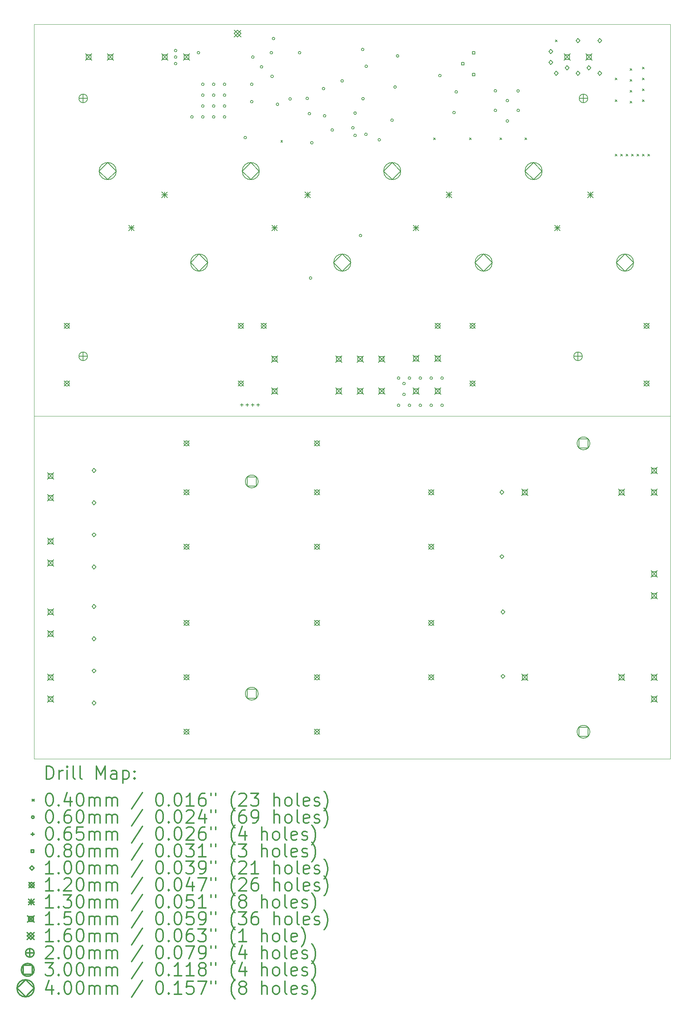
<source format=gbr>
%FSLAX45Y45*%
G04 Gerber Fmt 4.5, Leading zero omitted, Abs format (unit mm)*
G04 Created by KiCad (PCBNEW 5.1.7-a382d34a8~88~ubuntu18.04.1) date 2021-06-01 18:59:51*
%MOMM*%
%LPD*%
G01*
G04 APERTURE LIST*
%TA.AperFunction,Profile*%
%ADD10C,0.050000*%
%TD*%
%ADD11C,0.200000*%
%ADD12C,0.300000*%
G04 APERTURE END LIST*
D10*
X2311400Y-11049000D02*
X17170400Y-11049000D01*
X2311400Y-1905000D02*
X17170400Y-1905000D01*
X2311400Y-19050000D02*
X2311400Y-1905000D01*
X17170400Y-19050000D02*
X2311400Y-19050000D01*
X17170400Y-1905000D02*
X17170400Y-19050000D01*
D11*
X8069900Y-4615500D02*
X8109900Y-4655500D01*
X8109900Y-4615500D02*
X8069900Y-4655500D01*
X11638600Y-4552000D02*
X11678600Y-4592000D01*
X11678600Y-4552000D02*
X11638600Y-4592000D01*
X12476800Y-4552000D02*
X12516800Y-4592000D01*
X12516800Y-4552000D02*
X12476800Y-4592000D01*
X13188000Y-4552000D02*
X13228000Y-4592000D01*
X13228000Y-4552000D02*
X13188000Y-4592000D01*
X13772200Y-4552000D02*
X13812200Y-4592000D01*
X13812200Y-4552000D02*
X13772200Y-4592000D01*
X14483400Y-2266000D02*
X14523400Y-2306000D01*
X14523400Y-2266000D02*
X14483400Y-2306000D01*
X15880400Y-3155000D02*
X15920400Y-3195000D01*
X15920400Y-3155000D02*
X15880400Y-3195000D01*
X15880400Y-3663000D02*
X15920400Y-3703000D01*
X15920400Y-3663000D02*
X15880400Y-3703000D01*
X15880400Y-4933000D02*
X15920400Y-4973000D01*
X15920400Y-4933000D02*
X15880400Y-4973000D01*
X16007400Y-4933000D02*
X16047400Y-4973000D01*
X16047400Y-4933000D02*
X16007400Y-4973000D01*
X16134400Y-4933000D02*
X16174400Y-4973000D01*
X16174400Y-4933000D02*
X16134400Y-4973000D01*
X16226000Y-2936400D02*
X16266000Y-2976400D01*
X16266000Y-2936400D02*
X16226000Y-2976400D01*
X16226000Y-3190400D02*
X16266000Y-3230400D01*
X16266000Y-3190400D02*
X16226000Y-3230400D01*
X16226000Y-3444400D02*
X16266000Y-3484400D01*
X16266000Y-3444400D02*
X16226000Y-3484400D01*
X16226000Y-3698400D02*
X16266000Y-3738400D01*
X16266000Y-3698400D02*
X16226000Y-3738400D01*
X16261400Y-4933000D02*
X16301400Y-4973000D01*
X16301400Y-4933000D02*
X16261400Y-4973000D01*
X16388400Y-4933000D02*
X16428400Y-4973000D01*
X16428400Y-4933000D02*
X16388400Y-4973000D01*
X16515400Y-2901000D02*
X16555400Y-2941000D01*
X16555400Y-2901000D02*
X16515400Y-2941000D01*
X16515400Y-3155000D02*
X16555400Y-3195000D01*
X16555400Y-3155000D02*
X16515400Y-3195000D01*
X16515400Y-3409000D02*
X16555400Y-3449000D01*
X16555400Y-3409000D02*
X16515400Y-3449000D01*
X16515400Y-3663000D02*
X16555400Y-3703000D01*
X16555400Y-3663000D02*
X16515400Y-3703000D01*
X16515400Y-4933000D02*
X16555400Y-4973000D01*
X16555400Y-4933000D02*
X16515400Y-4973000D01*
X16642400Y-4933000D02*
X16682400Y-4973000D01*
X16682400Y-4933000D02*
X16642400Y-4973000D01*
X5643400Y-2514600D02*
G75*
G03*
X5643400Y-2514600I-30000J0D01*
G01*
X5643400Y-2667000D02*
G75*
G03*
X5643400Y-2667000I-30000J0D01*
G01*
X5643400Y-2819400D02*
G75*
G03*
X5643400Y-2819400I-30000J0D01*
G01*
X6024400Y-4064000D02*
G75*
G03*
X6024400Y-4064000I-30000J0D01*
G01*
X6176800Y-2565400D02*
G75*
G03*
X6176800Y-2565400I-30000J0D01*
G01*
X6278400Y-3302000D02*
G75*
G03*
X6278400Y-3302000I-30000J0D01*
G01*
X6278400Y-3556000D02*
G75*
G03*
X6278400Y-3556000I-30000J0D01*
G01*
X6278400Y-3810000D02*
G75*
G03*
X6278400Y-3810000I-30000J0D01*
G01*
X6278400Y-4064000D02*
G75*
G03*
X6278400Y-4064000I-30000J0D01*
G01*
X6532400Y-3302000D02*
G75*
G03*
X6532400Y-3302000I-30000J0D01*
G01*
X6532400Y-3556000D02*
G75*
G03*
X6532400Y-3556000I-30000J0D01*
G01*
X6532400Y-3810000D02*
G75*
G03*
X6532400Y-3810000I-30000J0D01*
G01*
X6532400Y-4064000D02*
G75*
G03*
X6532400Y-4064000I-30000J0D01*
G01*
X6786400Y-3302000D02*
G75*
G03*
X6786400Y-3302000I-30000J0D01*
G01*
X6786400Y-3556000D02*
G75*
G03*
X6786400Y-3556000I-30000J0D01*
G01*
X6786400Y-3810000D02*
G75*
G03*
X6786400Y-3810000I-30000J0D01*
G01*
X6786400Y-4064000D02*
G75*
G03*
X6786400Y-4064000I-30000J0D01*
G01*
X7269000Y-4546600D02*
G75*
G03*
X7269000Y-4546600I-30000J0D01*
G01*
X7421400Y-3302000D02*
G75*
G03*
X7421400Y-3302000I-30000J0D01*
G01*
X7421400Y-3708400D02*
G75*
G03*
X7421400Y-3708400I-30000J0D01*
G01*
X7446800Y-2667000D02*
G75*
G03*
X7446800Y-2667000I-30000J0D01*
G01*
X7650000Y-2895600D02*
G75*
G03*
X7650000Y-2895600I-30000J0D01*
G01*
X7878600Y-2565400D02*
G75*
G03*
X7878600Y-2565400I-30000J0D01*
G01*
X7896380Y-3116580D02*
G75*
G03*
X7896380Y-3116580I-30000J0D01*
G01*
X7929400Y-2235200D02*
G75*
G03*
X7929400Y-2235200I-30000J0D01*
G01*
X8021600Y-3768600D02*
G75*
G03*
X8021600Y-3768600I-30000J0D01*
G01*
X8316750Y-3644900D02*
G75*
G03*
X8316750Y-3644900I-30000J0D01*
G01*
X8539000Y-2565400D02*
G75*
G03*
X8539000Y-2565400I-30000J0D01*
G01*
X8716800Y-3632200D02*
G75*
G03*
X8716800Y-3632200I-30000J0D01*
G01*
X8767600Y-3987800D02*
G75*
G03*
X8767600Y-3987800I-30000J0D01*
G01*
X8795150Y-7825350D02*
G75*
G03*
X8795150Y-7825350I-30000J0D01*
G01*
X8824750Y-4667250D02*
G75*
G03*
X8824750Y-4667250I-30000J0D01*
G01*
X9097800Y-3403600D02*
G75*
G03*
X9097800Y-3403600I-30000J0D01*
G01*
X9123200Y-4038600D02*
G75*
G03*
X9123200Y-4038600I-30000J0D01*
G01*
X9301000Y-4368800D02*
G75*
G03*
X9301000Y-4368800I-30000J0D01*
G01*
X9531950Y-3223450D02*
G75*
G03*
X9531950Y-3223450I-30000J0D01*
G01*
X9783600Y-4318000D02*
G75*
G03*
X9783600Y-4318000I-30000J0D01*
G01*
X9834400Y-3975100D02*
G75*
G03*
X9834400Y-3975100I-30000J0D01*
G01*
X9834400Y-4495800D02*
G75*
G03*
X9834400Y-4495800I-30000J0D01*
G01*
X9961400Y-6832600D02*
G75*
G03*
X9961400Y-6832600I-30000J0D01*
G01*
X10012200Y-2489200D02*
G75*
G03*
X10012200Y-2489200I-30000J0D01*
G01*
X10018800Y-3638800D02*
G75*
G03*
X10018800Y-3638800I-30000J0D01*
G01*
X10088400Y-4470400D02*
G75*
G03*
X10088400Y-4470400I-30000J0D01*
G01*
X10094750Y-2882900D02*
G75*
G03*
X10094750Y-2882900I-30000J0D01*
G01*
X10399550Y-4597400D02*
G75*
G03*
X10399550Y-4597400I-30000J0D01*
G01*
X10698000Y-4140200D02*
G75*
G03*
X10698000Y-4140200I-30000J0D01*
G01*
X10767850Y-3365500D02*
G75*
G03*
X10767850Y-3365500I-30000J0D01*
G01*
X10826600Y-2640000D02*
G75*
G03*
X10826600Y-2640000I-30000J0D01*
G01*
X10850400Y-10160000D02*
G75*
G03*
X10850400Y-10160000I-30000J0D01*
G01*
X10850400Y-10795000D02*
G75*
G03*
X10850400Y-10795000I-30000J0D01*
G01*
X10977400Y-10287000D02*
G75*
G03*
X10977400Y-10287000I-30000J0D01*
G01*
X10977400Y-10541000D02*
G75*
G03*
X10977400Y-10541000I-30000J0D01*
G01*
X11104400Y-10160000D02*
G75*
G03*
X11104400Y-10160000I-30000J0D01*
G01*
X11104400Y-10795000D02*
G75*
G03*
X11104400Y-10795000I-30000J0D01*
G01*
X11358400Y-10160000D02*
G75*
G03*
X11358400Y-10160000I-30000J0D01*
G01*
X11358400Y-10795000D02*
G75*
G03*
X11358400Y-10795000I-30000J0D01*
G01*
X11612400Y-10160000D02*
G75*
G03*
X11612400Y-10160000I-30000J0D01*
G01*
X11612400Y-10795000D02*
G75*
G03*
X11612400Y-10795000I-30000J0D01*
G01*
X11815600Y-3098800D02*
G75*
G03*
X11815600Y-3098800I-30000J0D01*
G01*
X11866400Y-10160000D02*
G75*
G03*
X11866400Y-10160000I-30000J0D01*
G01*
X11866400Y-10795000D02*
G75*
G03*
X11866400Y-10795000I-30000J0D01*
G01*
X12145800Y-3962400D02*
G75*
G03*
X12145800Y-3962400I-30000J0D01*
G01*
X12196600Y-3479800D02*
G75*
G03*
X12196600Y-3479800I-30000J0D01*
G01*
X13111000Y-3454400D02*
G75*
G03*
X13111000Y-3454400I-30000J0D01*
G01*
X13111000Y-3911600D02*
G75*
G03*
X13111000Y-3911600I-30000J0D01*
G01*
X13390400Y-3683000D02*
G75*
G03*
X13390400Y-3683000I-30000J0D01*
G01*
X13390400Y-4159250D02*
G75*
G03*
X13390400Y-4159250I-30000J0D01*
G01*
X13640550Y-3458250D02*
G75*
G03*
X13640550Y-3458250I-30000J0D01*
G01*
X13644400Y-3911600D02*
G75*
G03*
X13644400Y-3911600I-30000J0D01*
G01*
X7156450Y-10749800D02*
X7156450Y-10814800D01*
X7123950Y-10782300D02*
X7188950Y-10782300D01*
X7283450Y-10749800D02*
X7283450Y-10814800D01*
X7250950Y-10782300D02*
X7315950Y-10782300D01*
X7410450Y-10749800D02*
X7410450Y-10814800D01*
X7377950Y-10782300D02*
X7442950Y-10782300D01*
X7537450Y-10749800D02*
X7537450Y-10814800D01*
X7504950Y-10782300D02*
X7569950Y-10782300D01*
X12347284Y-2847684D02*
X12347284Y-2791116D01*
X12290715Y-2791116D01*
X12290715Y-2847684D01*
X12347284Y-2847684D01*
X12601284Y-2593685D02*
X12601284Y-2537116D01*
X12544715Y-2537116D01*
X12544715Y-2593685D01*
X12601284Y-2593685D01*
X12601284Y-3101684D02*
X12601284Y-3045115D01*
X12544715Y-3045115D01*
X12544715Y-3101684D01*
X12601284Y-3101684D01*
X14376400Y-2590000D02*
X14426400Y-2540000D01*
X14376400Y-2490000D01*
X14326400Y-2540000D01*
X14376400Y-2590000D01*
X14376400Y-2844000D02*
X14426400Y-2794000D01*
X14376400Y-2744000D01*
X14326400Y-2794000D01*
X14376400Y-2844000D01*
X14503400Y-3098000D02*
X14553400Y-3048000D01*
X14503400Y-2998000D01*
X14453400Y-3048000D01*
X14503400Y-3098000D01*
X14757400Y-2971000D02*
X14807400Y-2921000D01*
X14757400Y-2871000D01*
X14707400Y-2921000D01*
X14757400Y-2971000D01*
X15011400Y-2336000D02*
X15061400Y-2286000D01*
X15011400Y-2236000D01*
X14961400Y-2286000D01*
X15011400Y-2336000D01*
X15011400Y-3098000D02*
X15061400Y-3048000D01*
X15011400Y-2998000D01*
X14961400Y-3048000D01*
X15011400Y-3098000D01*
X15265400Y-2971000D02*
X15315400Y-2921000D01*
X15265400Y-2871000D01*
X15215400Y-2921000D01*
X15265400Y-2971000D01*
X15519400Y-2336000D02*
X15569400Y-2286000D01*
X15519400Y-2236000D01*
X15469400Y-2286000D01*
X15519400Y-2336000D01*
X15519400Y-3098000D02*
X15569400Y-3048000D01*
X15519400Y-2998000D01*
X15469400Y-3048000D01*
X15519400Y-3098000D01*
X13233400Y-12877000D02*
X13283400Y-12827000D01*
X13233400Y-12777000D01*
X13183400Y-12827000D01*
X13233400Y-12877000D01*
X13233400Y-14377000D02*
X13283400Y-14327000D01*
X13233400Y-14277000D01*
X13183400Y-14327000D01*
X13233400Y-14377000D01*
X13258800Y-15671000D02*
X13308800Y-15621000D01*
X13258800Y-15571000D01*
X13208800Y-15621000D01*
X13258800Y-15671000D01*
X13258800Y-17171000D02*
X13308800Y-17121000D01*
X13258800Y-17071000D01*
X13208800Y-17121000D01*
X13258800Y-17171000D01*
X3708400Y-12369000D02*
X3758400Y-12319000D01*
X3708400Y-12269000D01*
X3658400Y-12319000D01*
X3708400Y-12369000D01*
X3708400Y-13119000D02*
X3758400Y-13069000D01*
X3708400Y-13019000D01*
X3658400Y-13069000D01*
X3708400Y-13119000D01*
X3708400Y-13869000D02*
X3758400Y-13819000D01*
X3708400Y-13769000D01*
X3658400Y-13819000D01*
X3708400Y-13869000D01*
X3708400Y-14619000D02*
X3758400Y-14569000D01*
X3708400Y-14519000D01*
X3658400Y-14569000D01*
X3708400Y-14619000D01*
X3708400Y-15544000D02*
X3758400Y-15494000D01*
X3708400Y-15444000D01*
X3658400Y-15494000D01*
X3708400Y-15544000D01*
X3708400Y-16294000D02*
X3758400Y-16244000D01*
X3708400Y-16194000D01*
X3658400Y-16244000D01*
X3708400Y-16294000D01*
X3708400Y-17044000D02*
X3758400Y-16994000D01*
X3708400Y-16944000D01*
X3658400Y-16994000D01*
X3708400Y-17044000D01*
X3708400Y-17794000D02*
X3758400Y-17744000D01*
X3708400Y-17694000D01*
X3658400Y-17744000D01*
X3708400Y-17794000D01*
X8855400Y-15815000D02*
X8975400Y-15935000D01*
X8975400Y-15815000D02*
X8855400Y-15935000D01*
X8975400Y-15875000D02*
G75*
G03*
X8975400Y-15875000I-60000J0D01*
G01*
X8855400Y-17085000D02*
X8975400Y-17205000D01*
X8975400Y-17085000D02*
X8855400Y-17205000D01*
X8975400Y-17145000D02*
G75*
G03*
X8975400Y-17145000I-60000J0D01*
G01*
X3013400Y-8880800D02*
X3133400Y-9000800D01*
X3133400Y-8880800D02*
X3013400Y-9000800D01*
X3133400Y-8940800D02*
G75*
G03*
X3133400Y-8940800I-60000J0D01*
G01*
X7077400Y-8880800D02*
X7197400Y-9000800D01*
X7197400Y-8880800D02*
X7077400Y-9000800D01*
X7197400Y-8940800D02*
G75*
G03*
X7197400Y-8940800I-60000J0D01*
G01*
X5807400Y-12767000D02*
X5927400Y-12887000D01*
X5927400Y-12767000D02*
X5807400Y-12887000D01*
X5927400Y-12827000D02*
G75*
G03*
X5927400Y-12827000I-60000J0D01*
G01*
X5807400Y-14037000D02*
X5927400Y-14157000D01*
X5927400Y-14037000D02*
X5807400Y-14157000D01*
X5927400Y-14097000D02*
G75*
G03*
X5927400Y-14097000I-60000J0D01*
G01*
X12487600Y-10227000D02*
X12607600Y-10347000D01*
X12607600Y-10227000D02*
X12487600Y-10347000D01*
X12607600Y-10287000D02*
G75*
G03*
X12607600Y-10287000I-60000J0D01*
G01*
X16551600Y-10227000D02*
X16671600Y-10347000D01*
X16671600Y-10227000D02*
X16551600Y-10347000D01*
X16671600Y-10287000D02*
G75*
G03*
X16671600Y-10287000I-60000J0D01*
G01*
X7610800Y-8880800D02*
X7730800Y-9000800D01*
X7730800Y-8880800D02*
X7610800Y-9000800D01*
X7730800Y-8940800D02*
G75*
G03*
X7730800Y-8940800I-60000J0D01*
G01*
X11674800Y-8880800D02*
X11794800Y-9000800D01*
X11794800Y-8880800D02*
X11674800Y-9000800D01*
X11794800Y-8940800D02*
G75*
G03*
X11794800Y-8940800I-60000J0D01*
G01*
X11522400Y-15815000D02*
X11642400Y-15935000D01*
X11642400Y-15815000D02*
X11522400Y-15935000D01*
X11642400Y-15875000D02*
G75*
G03*
X11642400Y-15875000I-60000J0D01*
G01*
X11522400Y-17085000D02*
X11642400Y-17205000D01*
X11642400Y-17085000D02*
X11522400Y-17205000D01*
X11642400Y-17145000D02*
G75*
G03*
X11642400Y-17145000I-60000J0D01*
G01*
X3013400Y-10227000D02*
X3133400Y-10347000D01*
X3133400Y-10227000D02*
X3013400Y-10347000D01*
X3133400Y-10287000D02*
G75*
G03*
X3133400Y-10287000I-60000J0D01*
G01*
X7077400Y-10227000D02*
X7197400Y-10347000D01*
X7197400Y-10227000D02*
X7077400Y-10347000D01*
X7197400Y-10287000D02*
G75*
G03*
X7197400Y-10287000I-60000J0D01*
G01*
X5807400Y-18355000D02*
X5927400Y-18475000D01*
X5927400Y-18355000D02*
X5807400Y-18475000D01*
X5927400Y-18415000D02*
G75*
G03*
X5927400Y-18415000I-60000J0D01*
G01*
X8855400Y-18355000D02*
X8975400Y-18475000D01*
X8975400Y-18355000D02*
X8855400Y-18475000D01*
X8975400Y-18415000D02*
G75*
G03*
X8975400Y-18415000I-60000J0D01*
G01*
X11522400Y-12767000D02*
X11642400Y-12887000D01*
X11642400Y-12767000D02*
X11522400Y-12887000D01*
X11642400Y-12827000D02*
G75*
G03*
X11642400Y-12827000I-60000J0D01*
G01*
X11522400Y-14037000D02*
X11642400Y-14157000D01*
X11642400Y-14037000D02*
X11522400Y-14157000D01*
X11642400Y-14097000D02*
G75*
G03*
X11642400Y-14097000I-60000J0D01*
G01*
X5807400Y-15815000D02*
X5927400Y-15935000D01*
X5927400Y-15815000D02*
X5807400Y-15935000D01*
X5927400Y-15875000D02*
G75*
G03*
X5927400Y-15875000I-60000J0D01*
G01*
X5807400Y-17085000D02*
X5927400Y-17205000D01*
X5927400Y-17085000D02*
X5807400Y-17205000D01*
X5927400Y-17145000D02*
G75*
G03*
X5927400Y-17145000I-60000J0D01*
G01*
X12487600Y-8880800D02*
X12607600Y-9000800D01*
X12607600Y-8880800D02*
X12487600Y-9000800D01*
X12607600Y-8940800D02*
G75*
G03*
X12607600Y-8940800I-60000J0D01*
G01*
X16551600Y-8880800D02*
X16671600Y-9000800D01*
X16671600Y-8880800D02*
X16551600Y-9000800D01*
X16671600Y-8940800D02*
G75*
G03*
X16671600Y-8940800I-60000J0D01*
G01*
X8855400Y-12767000D02*
X8975400Y-12887000D01*
X8975400Y-12767000D02*
X8855400Y-12887000D01*
X8975400Y-12827000D02*
G75*
G03*
X8975400Y-12827000I-60000J0D01*
G01*
X8855400Y-14037000D02*
X8975400Y-14157000D01*
X8975400Y-14037000D02*
X8855400Y-14157000D01*
X8975400Y-14097000D02*
G75*
G03*
X8975400Y-14097000I-60000J0D01*
G01*
X5807400Y-11624000D02*
X5927400Y-11744000D01*
X5927400Y-11624000D02*
X5807400Y-11744000D01*
X5927400Y-11684000D02*
G75*
G03*
X5927400Y-11684000I-60000J0D01*
G01*
X8855400Y-11624000D02*
X8975400Y-11744000D01*
X8975400Y-11624000D02*
X8855400Y-11744000D01*
X8975400Y-11684000D02*
G75*
G03*
X8975400Y-11684000I-60000J0D01*
G01*
X14463800Y-6589800D02*
X14593800Y-6719800D01*
X14593800Y-6589800D02*
X14463800Y-6719800D01*
X14528800Y-6589800D02*
X14528800Y-6719800D01*
X14463800Y-6654800D02*
X14593800Y-6654800D01*
X15235961Y-5817639D02*
X15365961Y-5947639D01*
X15365961Y-5817639D02*
X15235961Y-5947639D01*
X15300961Y-5817639D02*
X15300961Y-5947639D01*
X15235961Y-5882639D02*
X15365961Y-5882639D01*
X7859800Y-6589800D02*
X7989800Y-6719800D01*
X7989800Y-6589800D02*
X7859800Y-6719800D01*
X7924800Y-6589800D02*
X7924800Y-6719800D01*
X7859800Y-6654800D02*
X7989800Y-6654800D01*
X8631961Y-5817639D02*
X8761961Y-5947639D01*
X8761961Y-5817639D02*
X8631961Y-5947639D01*
X8696961Y-5817639D02*
X8696961Y-5947639D01*
X8631961Y-5882639D02*
X8761961Y-5882639D01*
X11161800Y-6589800D02*
X11291800Y-6719800D01*
X11291800Y-6589800D02*
X11161800Y-6719800D01*
X11226800Y-6589800D02*
X11226800Y-6719800D01*
X11161800Y-6654800D02*
X11291800Y-6654800D01*
X11933961Y-5817639D02*
X12063961Y-5947639D01*
X12063961Y-5817639D02*
X11933961Y-5947639D01*
X11998961Y-5817639D02*
X11998961Y-5947639D01*
X11933961Y-5882639D02*
X12063961Y-5882639D01*
X4517160Y-6589800D02*
X4647160Y-6719800D01*
X4647160Y-6589800D02*
X4517160Y-6719800D01*
X4582160Y-6589800D02*
X4582160Y-6719800D01*
X4517160Y-6654800D02*
X4647160Y-6654800D01*
X5289321Y-5817639D02*
X5419321Y-5947639D01*
X5419321Y-5817639D02*
X5289321Y-5947639D01*
X5354321Y-5817639D02*
X5354321Y-5947639D01*
X5289321Y-5882639D02*
X5419321Y-5882639D01*
X13692400Y-12752000D02*
X13842400Y-12902000D01*
X13842400Y-12752000D02*
X13692400Y-12902000D01*
X13820433Y-12880033D02*
X13820433Y-12773966D01*
X13714366Y-12773966D01*
X13714366Y-12880033D01*
X13820433Y-12880033D01*
X15952400Y-12752000D02*
X16102400Y-12902000D01*
X16102400Y-12752000D02*
X15952400Y-12902000D01*
X16080433Y-12880033D02*
X16080433Y-12773966D01*
X15974366Y-12773966D01*
X15974366Y-12880033D01*
X16080433Y-12880033D01*
X16714400Y-17070000D02*
X16864400Y-17220000D01*
X16864400Y-17070000D02*
X16714400Y-17220000D01*
X16842434Y-17198034D02*
X16842434Y-17091967D01*
X16736366Y-17091967D01*
X16736366Y-17198034D01*
X16842434Y-17198034D01*
X16714400Y-17578000D02*
X16864400Y-17728000D01*
X16864400Y-17578000D02*
X16714400Y-17728000D01*
X16842434Y-17706034D02*
X16842434Y-17599967D01*
X16736366Y-17599967D01*
X16736366Y-17706034D01*
X16842434Y-17706034D01*
X14682400Y-2592000D02*
X14832400Y-2742000D01*
X14832400Y-2592000D02*
X14682400Y-2742000D01*
X14810433Y-2720034D02*
X14810433Y-2613967D01*
X14704366Y-2613967D01*
X14704366Y-2720034D01*
X14810433Y-2720034D01*
X15190400Y-2592000D02*
X15340400Y-2742000D01*
X15340400Y-2592000D02*
X15190400Y-2742000D01*
X15318433Y-2720034D02*
X15318433Y-2613967D01*
X15212366Y-2613967D01*
X15212366Y-2720034D01*
X15318433Y-2720034D01*
X11151800Y-9627800D02*
X11301800Y-9777800D01*
X11301800Y-9627800D02*
X11151800Y-9777800D01*
X11279833Y-9755834D02*
X11279833Y-9649767D01*
X11173767Y-9649767D01*
X11173767Y-9755834D01*
X11279833Y-9755834D01*
X11659800Y-9627800D02*
X11809800Y-9777800D01*
X11809800Y-9627800D02*
X11659800Y-9777800D01*
X11787833Y-9755834D02*
X11787833Y-9649767D01*
X11681766Y-9649767D01*
X11681766Y-9755834D01*
X11787833Y-9755834D01*
X7849800Y-9639800D02*
X7999800Y-9789800D01*
X7999800Y-9639800D02*
X7849800Y-9789800D01*
X7977833Y-9767834D02*
X7977833Y-9661767D01*
X7871766Y-9661767D01*
X7871766Y-9767834D01*
X7977833Y-9767834D01*
X7849800Y-10389800D02*
X7999800Y-10539800D01*
X7999800Y-10389800D02*
X7849800Y-10539800D01*
X7977833Y-10517834D02*
X7977833Y-10411767D01*
X7871766Y-10411767D01*
X7871766Y-10517834D01*
X7977833Y-10517834D01*
X9349800Y-9639800D02*
X9499800Y-9789800D01*
X9499800Y-9639800D02*
X9349800Y-9789800D01*
X9477834Y-9767834D02*
X9477834Y-9661767D01*
X9371767Y-9661767D01*
X9371767Y-9767834D01*
X9477834Y-9767834D01*
X9349800Y-10389800D02*
X9499800Y-10539800D01*
X9499800Y-10389800D02*
X9349800Y-10539800D01*
X9477834Y-10517834D02*
X9477834Y-10411767D01*
X9371767Y-10411767D01*
X9371767Y-10517834D01*
X9477834Y-10517834D01*
X9849800Y-9639800D02*
X9999800Y-9789800D01*
X9999800Y-9639800D02*
X9849800Y-9789800D01*
X9977834Y-9767834D02*
X9977834Y-9661767D01*
X9871767Y-9661767D01*
X9871767Y-9767834D01*
X9977834Y-9767834D01*
X9849800Y-10389800D02*
X9999800Y-10539800D01*
X9999800Y-10389800D02*
X9849800Y-10539800D01*
X9977834Y-10517834D02*
X9977834Y-10411767D01*
X9871767Y-10411767D01*
X9871767Y-10517834D01*
X9977834Y-10517834D01*
X10349800Y-9639800D02*
X10499800Y-9789800D01*
X10499800Y-9639800D02*
X10349800Y-9789800D01*
X10477834Y-9767834D02*
X10477834Y-9661767D01*
X10371767Y-9661767D01*
X10371767Y-9767834D01*
X10477834Y-9767834D01*
X10349800Y-10389800D02*
X10499800Y-10539800D01*
X10499800Y-10389800D02*
X10349800Y-10539800D01*
X10477834Y-10517834D02*
X10477834Y-10411767D01*
X10371767Y-10411767D01*
X10371767Y-10517834D01*
X10477834Y-10517834D01*
X2617400Y-15546000D02*
X2767400Y-15696000D01*
X2767400Y-15546000D02*
X2617400Y-15696000D01*
X2745434Y-15674033D02*
X2745434Y-15567966D01*
X2639367Y-15567966D01*
X2639367Y-15674033D01*
X2745434Y-15674033D01*
X2617400Y-16054000D02*
X2767400Y-16204000D01*
X2767400Y-16054000D02*
X2617400Y-16204000D01*
X2745434Y-16182033D02*
X2745434Y-16075966D01*
X2639367Y-16075966D01*
X2639367Y-16182033D01*
X2745434Y-16182033D01*
X3506400Y-2592000D02*
X3656400Y-2742000D01*
X3656400Y-2592000D02*
X3506400Y-2742000D01*
X3634433Y-2720034D02*
X3634433Y-2613967D01*
X3528366Y-2613967D01*
X3528366Y-2720034D01*
X3634433Y-2720034D01*
X4014400Y-2592000D02*
X4164400Y-2742000D01*
X4164400Y-2592000D02*
X4014400Y-2742000D01*
X4142433Y-2720034D02*
X4142433Y-2613967D01*
X4036366Y-2613967D01*
X4036366Y-2720034D01*
X4142433Y-2720034D01*
X5284400Y-2592000D02*
X5434400Y-2742000D01*
X5434400Y-2592000D02*
X5284400Y-2742000D01*
X5412434Y-2720034D02*
X5412434Y-2613967D01*
X5306367Y-2613967D01*
X5306367Y-2720034D01*
X5412434Y-2720034D01*
X5792400Y-2592000D02*
X5942400Y-2742000D01*
X5942400Y-2592000D02*
X5792400Y-2742000D01*
X5920433Y-2720034D02*
X5920433Y-2613967D01*
X5814366Y-2613967D01*
X5814366Y-2720034D01*
X5920433Y-2720034D01*
X2617400Y-13895000D02*
X2767400Y-14045000D01*
X2767400Y-13895000D02*
X2617400Y-14045000D01*
X2745434Y-14023033D02*
X2745434Y-13916966D01*
X2639367Y-13916966D01*
X2639367Y-14023033D01*
X2745434Y-14023033D01*
X2617400Y-14403000D02*
X2767400Y-14553000D01*
X2767400Y-14403000D02*
X2617400Y-14553000D01*
X2745434Y-14531033D02*
X2745434Y-14424966D01*
X2639367Y-14424966D01*
X2639367Y-14531033D01*
X2745434Y-14531033D01*
X13692400Y-17070000D02*
X13842400Y-17220000D01*
X13842400Y-17070000D02*
X13692400Y-17220000D01*
X13820433Y-17198034D02*
X13820433Y-17091967D01*
X13714366Y-17091967D01*
X13714366Y-17198034D01*
X13820433Y-17198034D01*
X15952400Y-17070000D02*
X16102400Y-17220000D01*
X16102400Y-17070000D02*
X15952400Y-17220000D01*
X16080433Y-17198034D02*
X16080433Y-17091967D01*
X15974366Y-17091967D01*
X15974366Y-17198034D01*
X16080433Y-17198034D01*
X16714400Y-14657000D02*
X16864400Y-14807000D01*
X16864400Y-14657000D02*
X16714400Y-14807000D01*
X16842434Y-14785033D02*
X16842434Y-14678966D01*
X16736366Y-14678966D01*
X16736366Y-14785033D01*
X16842434Y-14785033D01*
X16714400Y-15165000D02*
X16864400Y-15315000D01*
X16864400Y-15165000D02*
X16714400Y-15315000D01*
X16842434Y-15293033D02*
X16842434Y-15186966D01*
X16736366Y-15186966D01*
X16736366Y-15293033D01*
X16842434Y-15293033D01*
X11151800Y-10389800D02*
X11301800Y-10539800D01*
X11301800Y-10389800D02*
X11151800Y-10539800D01*
X11279833Y-10517834D02*
X11279833Y-10411767D01*
X11173767Y-10411767D01*
X11173767Y-10517834D01*
X11279833Y-10517834D01*
X11659800Y-10389800D02*
X11809800Y-10539800D01*
X11809800Y-10389800D02*
X11659800Y-10539800D01*
X11787833Y-10517834D02*
X11787833Y-10411767D01*
X11681766Y-10411767D01*
X11681766Y-10517834D01*
X11787833Y-10517834D01*
X2617400Y-17070000D02*
X2767400Y-17220000D01*
X2767400Y-17070000D02*
X2617400Y-17220000D01*
X2745434Y-17198034D02*
X2745434Y-17091967D01*
X2639367Y-17091967D01*
X2639367Y-17198034D01*
X2745434Y-17198034D01*
X2617400Y-17578000D02*
X2767400Y-17728000D01*
X2767400Y-17578000D02*
X2617400Y-17728000D01*
X2745434Y-17706034D02*
X2745434Y-17599967D01*
X2639367Y-17599967D01*
X2639367Y-17706034D01*
X2745434Y-17706034D01*
X2617400Y-12371000D02*
X2767400Y-12521000D01*
X2767400Y-12371000D02*
X2617400Y-12521000D01*
X2745434Y-12499033D02*
X2745434Y-12392966D01*
X2639367Y-12392966D01*
X2639367Y-12499033D01*
X2745434Y-12499033D01*
X2617400Y-12879000D02*
X2767400Y-13029000D01*
X2767400Y-12879000D02*
X2617400Y-13029000D01*
X2745434Y-13007033D02*
X2745434Y-12900966D01*
X2639367Y-12900966D01*
X2639367Y-13007033D01*
X2745434Y-13007033D01*
X16714400Y-12244000D02*
X16864400Y-12394000D01*
X16864400Y-12244000D02*
X16714400Y-12394000D01*
X16842434Y-12372033D02*
X16842434Y-12265966D01*
X16736366Y-12265966D01*
X16736366Y-12372033D01*
X16842434Y-12372033D01*
X16714400Y-12752000D02*
X16864400Y-12902000D01*
X16864400Y-12752000D02*
X16714400Y-12902000D01*
X16842434Y-12880033D02*
X16842434Y-12773966D01*
X16736366Y-12773966D01*
X16736366Y-12880033D01*
X16842434Y-12880033D01*
X6981200Y-2037800D02*
X7141200Y-2197800D01*
X7141200Y-2037800D02*
X6981200Y-2197800D01*
X7061200Y-2197800D02*
X7141200Y-2117800D01*
X7061200Y-2037800D01*
X6981200Y-2117800D01*
X7061200Y-2197800D01*
X3454400Y-3532200D02*
X3454400Y-3732200D01*
X3354400Y-3632200D02*
X3554400Y-3632200D01*
X3554400Y-3632200D02*
G75*
G03*
X3554400Y-3632200I-100000J0D01*
G01*
X3454400Y-9552000D02*
X3454400Y-9752000D01*
X3354400Y-9652000D02*
X3554400Y-9652000D01*
X3554400Y-9652000D02*
G75*
G03*
X3554400Y-9652000I-100000J0D01*
G01*
X15011400Y-9552000D02*
X15011400Y-9752000D01*
X14911400Y-9652000D02*
X15111400Y-9652000D01*
X15111400Y-9652000D02*
G75*
G03*
X15111400Y-9652000I-100000J0D01*
G01*
X15138400Y-3532200D02*
X15138400Y-3732200D01*
X15038400Y-3632200D02*
X15238400Y-3632200D01*
X15238400Y-3632200D02*
G75*
G03*
X15238400Y-3632200I-100000J0D01*
G01*
X7497467Y-12679067D02*
X7497467Y-12466933D01*
X7285333Y-12466933D01*
X7285333Y-12679067D01*
X7497467Y-12679067D01*
X7541400Y-12573000D02*
G75*
G03*
X7541400Y-12573000I-150000J0D01*
G01*
X7497467Y-17632067D02*
X7497467Y-17419933D01*
X7285333Y-17419933D01*
X7285333Y-17632067D01*
X7497467Y-17632067D01*
X7541400Y-17526000D02*
G75*
G03*
X7541400Y-17526000I-150000J0D01*
G01*
X15244467Y-11790067D02*
X15244467Y-11577933D01*
X15032333Y-11577933D01*
X15032333Y-11790067D01*
X15244467Y-11790067D01*
X15288400Y-11684000D02*
G75*
G03*
X15288400Y-11684000I-150000J0D01*
G01*
X15244467Y-18521067D02*
X15244467Y-18308933D01*
X15032333Y-18308933D01*
X15032333Y-18521067D01*
X15244467Y-18521067D01*
X15288400Y-18415000D02*
G75*
G03*
X15288400Y-18415000I-150000J0D01*
G01*
X13973721Y-5528975D02*
X14173721Y-5328975D01*
X13973721Y-5128975D01*
X13773721Y-5328975D01*
X13973721Y-5528975D01*
X14173721Y-5328975D02*
G75*
G03*
X14173721Y-5328975I-200000J0D01*
G01*
X16109184Y-7664437D02*
X16309184Y-7464437D01*
X16109184Y-7264437D01*
X15909184Y-7464437D01*
X16109184Y-7664437D01*
X16309184Y-7464437D02*
G75*
G03*
X16309184Y-7464437I-200000J0D01*
G01*
X7369721Y-5528975D02*
X7569721Y-5328975D01*
X7369721Y-5128975D01*
X7169721Y-5328975D01*
X7369721Y-5528975D01*
X7569721Y-5328975D02*
G75*
G03*
X7569721Y-5328975I-200000J0D01*
G01*
X9505184Y-7664437D02*
X9705184Y-7464437D01*
X9505184Y-7264437D01*
X9305184Y-7464437D01*
X9505184Y-7664437D01*
X9705184Y-7464437D02*
G75*
G03*
X9705184Y-7464437I-200000J0D01*
G01*
X10671721Y-5528975D02*
X10871721Y-5328975D01*
X10671721Y-5128975D01*
X10471721Y-5328975D01*
X10671721Y-5528975D01*
X10871721Y-5328975D02*
G75*
G03*
X10871721Y-5328975I-200000J0D01*
G01*
X12807184Y-7664437D02*
X13007184Y-7464437D01*
X12807184Y-7264437D01*
X12607184Y-7464437D01*
X12807184Y-7664437D01*
X13007184Y-7464437D02*
G75*
G03*
X13007184Y-7464437I-200000J0D01*
G01*
X4027081Y-5528975D02*
X4227081Y-5328975D01*
X4027081Y-5128975D01*
X3827081Y-5328975D01*
X4027081Y-5528975D01*
X4227081Y-5328975D02*
G75*
G03*
X4227081Y-5328975I-200000J0D01*
G01*
X6162544Y-7664437D02*
X6362544Y-7464437D01*
X6162544Y-7264437D01*
X5962544Y-7464437D01*
X6162544Y-7664437D01*
X6362544Y-7464437D02*
G75*
G03*
X6362544Y-7464437I-200000J0D01*
G01*
D12*
X2595328Y-19518214D02*
X2595328Y-19218214D01*
X2666757Y-19218214D01*
X2709614Y-19232500D01*
X2738186Y-19261072D01*
X2752471Y-19289643D01*
X2766757Y-19346786D01*
X2766757Y-19389643D01*
X2752471Y-19446786D01*
X2738186Y-19475357D01*
X2709614Y-19503929D01*
X2666757Y-19518214D01*
X2595328Y-19518214D01*
X2895328Y-19518214D02*
X2895328Y-19318214D01*
X2895328Y-19375357D02*
X2909614Y-19346786D01*
X2923900Y-19332500D01*
X2952471Y-19318214D01*
X2981043Y-19318214D01*
X3081043Y-19518214D02*
X3081043Y-19318214D01*
X3081043Y-19218214D02*
X3066757Y-19232500D01*
X3081043Y-19246786D01*
X3095328Y-19232500D01*
X3081043Y-19218214D01*
X3081043Y-19246786D01*
X3266757Y-19518214D02*
X3238186Y-19503929D01*
X3223900Y-19475357D01*
X3223900Y-19218214D01*
X3423900Y-19518214D02*
X3395328Y-19503929D01*
X3381043Y-19475357D01*
X3381043Y-19218214D01*
X3766757Y-19518214D02*
X3766757Y-19218214D01*
X3866757Y-19432500D01*
X3966757Y-19218214D01*
X3966757Y-19518214D01*
X4238186Y-19518214D02*
X4238186Y-19361072D01*
X4223900Y-19332500D01*
X4195328Y-19318214D01*
X4138186Y-19318214D01*
X4109614Y-19332500D01*
X4238186Y-19503929D02*
X4209614Y-19518214D01*
X4138186Y-19518214D01*
X4109614Y-19503929D01*
X4095328Y-19475357D01*
X4095328Y-19446786D01*
X4109614Y-19418214D01*
X4138186Y-19403929D01*
X4209614Y-19403929D01*
X4238186Y-19389643D01*
X4381043Y-19318214D02*
X4381043Y-19618214D01*
X4381043Y-19332500D02*
X4409614Y-19318214D01*
X4466757Y-19318214D01*
X4495328Y-19332500D01*
X4509614Y-19346786D01*
X4523900Y-19375357D01*
X4523900Y-19461072D01*
X4509614Y-19489643D01*
X4495328Y-19503929D01*
X4466757Y-19518214D01*
X4409614Y-19518214D01*
X4381043Y-19503929D01*
X4652471Y-19489643D02*
X4666757Y-19503929D01*
X4652471Y-19518214D01*
X4638186Y-19503929D01*
X4652471Y-19489643D01*
X4652471Y-19518214D01*
X4652471Y-19332500D02*
X4666757Y-19346786D01*
X4652471Y-19361072D01*
X4638186Y-19346786D01*
X4652471Y-19332500D01*
X4652471Y-19361072D01*
X2268900Y-19992500D02*
X2308900Y-20032500D01*
X2308900Y-19992500D02*
X2268900Y-20032500D01*
X2652471Y-19848214D02*
X2681043Y-19848214D01*
X2709614Y-19862500D01*
X2723900Y-19876786D01*
X2738186Y-19905357D01*
X2752471Y-19962500D01*
X2752471Y-20033929D01*
X2738186Y-20091072D01*
X2723900Y-20119643D01*
X2709614Y-20133929D01*
X2681043Y-20148214D01*
X2652471Y-20148214D01*
X2623900Y-20133929D01*
X2609614Y-20119643D01*
X2595328Y-20091072D01*
X2581043Y-20033929D01*
X2581043Y-19962500D01*
X2595328Y-19905357D01*
X2609614Y-19876786D01*
X2623900Y-19862500D01*
X2652471Y-19848214D01*
X2881043Y-20119643D02*
X2895328Y-20133929D01*
X2881043Y-20148214D01*
X2866757Y-20133929D01*
X2881043Y-20119643D01*
X2881043Y-20148214D01*
X3152471Y-19948214D02*
X3152471Y-20148214D01*
X3081043Y-19833929D02*
X3009614Y-20048214D01*
X3195328Y-20048214D01*
X3366757Y-19848214D02*
X3395328Y-19848214D01*
X3423900Y-19862500D01*
X3438186Y-19876786D01*
X3452471Y-19905357D01*
X3466757Y-19962500D01*
X3466757Y-20033929D01*
X3452471Y-20091072D01*
X3438186Y-20119643D01*
X3423900Y-20133929D01*
X3395328Y-20148214D01*
X3366757Y-20148214D01*
X3338186Y-20133929D01*
X3323900Y-20119643D01*
X3309614Y-20091072D01*
X3295328Y-20033929D01*
X3295328Y-19962500D01*
X3309614Y-19905357D01*
X3323900Y-19876786D01*
X3338186Y-19862500D01*
X3366757Y-19848214D01*
X3595328Y-20148214D02*
X3595328Y-19948214D01*
X3595328Y-19976786D02*
X3609614Y-19962500D01*
X3638186Y-19948214D01*
X3681043Y-19948214D01*
X3709614Y-19962500D01*
X3723900Y-19991072D01*
X3723900Y-20148214D01*
X3723900Y-19991072D02*
X3738186Y-19962500D01*
X3766757Y-19948214D01*
X3809614Y-19948214D01*
X3838186Y-19962500D01*
X3852471Y-19991072D01*
X3852471Y-20148214D01*
X3995328Y-20148214D02*
X3995328Y-19948214D01*
X3995328Y-19976786D02*
X4009614Y-19962500D01*
X4038186Y-19948214D01*
X4081043Y-19948214D01*
X4109614Y-19962500D01*
X4123900Y-19991072D01*
X4123900Y-20148214D01*
X4123900Y-19991072D02*
X4138186Y-19962500D01*
X4166757Y-19948214D01*
X4209614Y-19948214D01*
X4238186Y-19962500D01*
X4252471Y-19991072D01*
X4252471Y-20148214D01*
X4838186Y-19833929D02*
X4581043Y-20219643D01*
X5223900Y-19848214D02*
X5252471Y-19848214D01*
X5281043Y-19862500D01*
X5295328Y-19876786D01*
X5309614Y-19905357D01*
X5323900Y-19962500D01*
X5323900Y-20033929D01*
X5309614Y-20091072D01*
X5295328Y-20119643D01*
X5281043Y-20133929D01*
X5252471Y-20148214D01*
X5223900Y-20148214D01*
X5195328Y-20133929D01*
X5181043Y-20119643D01*
X5166757Y-20091072D01*
X5152471Y-20033929D01*
X5152471Y-19962500D01*
X5166757Y-19905357D01*
X5181043Y-19876786D01*
X5195328Y-19862500D01*
X5223900Y-19848214D01*
X5452471Y-20119643D02*
X5466757Y-20133929D01*
X5452471Y-20148214D01*
X5438186Y-20133929D01*
X5452471Y-20119643D01*
X5452471Y-20148214D01*
X5652471Y-19848214D02*
X5681043Y-19848214D01*
X5709614Y-19862500D01*
X5723900Y-19876786D01*
X5738186Y-19905357D01*
X5752471Y-19962500D01*
X5752471Y-20033929D01*
X5738186Y-20091072D01*
X5723900Y-20119643D01*
X5709614Y-20133929D01*
X5681043Y-20148214D01*
X5652471Y-20148214D01*
X5623900Y-20133929D01*
X5609614Y-20119643D01*
X5595328Y-20091072D01*
X5581043Y-20033929D01*
X5581043Y-19962500D01*
X5595328Y-19905357D01*
X5609614Y-19876786D01*
X5623900Y-19862500D01*
X5652471Y-19848214D01*
X6038186Y-20148214D02*
X5866757Y-20148214D01*
X5952471Y-20148214D02*
X5952471Y-19848214D01*
X5923900Y-19891072D01*
X5895328Y-19919643D01*
X5866757Y-19933929D01*
X6295328Y-19848214D02*
X6238186Y-19848214D01*
X6209614Y-19862500D01*
X6195328Y-19876786D01*
X6166757Y-19919643D01*
X6152471Y-19976786D01*
X6152471Y-20091072D01*
X6166757Y-20119643D01*
X6181043Y-20133929D01*
X6209614Y-20148214D01*
X6266757Y-20148214D01*
X6295328Y-20133929D01*
X6309614Y-20119643D01*
X6323900Y-20091072D01*
X6323900Y-20019643D01*
X6309614Y-19991072D01*
X6295328Y-19976786D01*
X6266757Y-19962500D01*
X6209614Y-19962500D01*
X6181043Y-19976786D01*
X6166757Y-19991072D01*
X6152471Y-20019643D01*
X6438186Y-19848214D02*
X6438186Y-19905357D01*
X6552471Y-19848214D02*
X6552471Y-19905357D01*
X6995328Y-20262500D02*
X6981043Y-20248214D01*
X6952471Y-20205357D01*
X6938186Y-20176786D01*
X6923900Y-20133929D01*
X6909614Y-20062500D01*
X6909614Y-20005357D01*
X6923900Y-19933929D01*
X6938186Y-19891072D01*
X6952471Y-19862500D01*
X6981043Y-19819643D01*
X6995328Y-19805357D01*
X7095328Y-19876786D02*
X7109614Y-19862500D01*
X7138186Y-19848214D01*
X7209614Y-19848214D01*
X7238186Y-19862500D01*
X7252471Y-19876786D01*
X7266757Y-19905357D01*
X7266757Y-19933929D01*
X7252471Y-19976786D01*
X7081043Y-20148214D01*
X7266757Y-20148214D01*
X7366757Y-19848214D02*
X7552471Y-19848214D01*
X7452471Y-19962500D01*
X7495328Y-19962500D01*
X7523900Y-19976786D01*
X7538186Y-19991072D01*
X7552471Y-20019643D01*
X7552471Y-20091072D01*
X7538186Y-20119643D01*
X7523900Y-20133929D01*
X7495328Y-20148214D01*
X7409614Y-20148214D01*
X7381043Y-20133929D01*
X7366757Y-20119643D01*
X7909614Y-20148214D02*
X7909614Y-19848214D01*
X8038186Y-20148214D02*
X8038186Y-19991072D01*
X8023900Y-19962500D01*
X7995328Y-19948214D01*
X7952471Y-19948214D01*
X7923900Y-19962500D01*
X7909614Y-19976786D01*
X8223900Y-20148214D02*
X8195328Y-20133929D01*
X8181043Y-20119643D01*
X8166757Y-20091072D01*
X8166757Y-20005357D01*
X8181043Y-19976786D01*
X8195328Y-19962500D01*
X8223900Y-19948214D01*
X8266757Y-19948214D01*
X8295328Y-19962500D01*
X8309614Y-19976786D01*
X8323900Y-20005357D01*
X8323900Y-20091072D01*
X8309614Y-20119643D01*
X8295328Y-20133929D01*
X8266757Y-20148214D01*
X8223900Y-20148214D01*
X8495328Y-20148214D02*
X8466757Y-20133929D01*
X8452471Y-20105357D01*
X8452471Y-19848214D01*
X8723900Y-20133929D02*
X8695328Y-20148214D01*
X8638186Y-20148214D01*
X8609614Y-20133929D01*
X8595328Y-20105357D01*
X8595328Y-19991072D01*
X8609614Y-19962500D01*
X8638186Y-19948214D01*
X8695328Y-19948214D01*
X8723900Y-19962500D01*
X8738186Y-19991072D01*
X8738186Y-20019643D01*
X8595328Y-20048214D01*
X8852471Y-20133929D02*
X8881043Y-20148214D01*
X8938186Y-20148214D01*
X8966757Y-20133929D01*
X8981043Y-20105357D01*
X8981043Y-20091072D01*
X8966757Y-20062500D01*
X8938186Y-20048214D01*
X8895328Y-20048214D01*
X8866757Y-20033929D01*
X8852471Y-20005357D01*
X8852471Y-19991072D01*
X8866757Y-19962500D01*
X8895328Y-19948214D01*
X8938186Y-19948214D01*
X8966757Y-19962500D01*
X9081043Y-20262500D02*
X9095328Y-20248214D01*
X9123900Y-20205357D01*
X9138186Y-20176786D01*
X9152471Y-20133929D01*
X9166757Y-20062500D01*
X9166757Y-20005357D01*
X9152471Y-19933929D01*
X9138186Y-19891072D01*
X9123900Y-19862500D01*
X9095328Y-19819643D01*
X9081043Y-19805357D01*
X2308900Y-20408500D02*
G75*
G03*
X2308900Y-20408500I-30000J0D01*
G01*
X2652471Y-20244214D02*
X2681043Y-20244214D01*
X2709614Y-20258500D01*
X2723900Y-20272786D01*
X2738186Y-20301357D01*
X2752471Y-20358500D01*
X2752471Y-20429929D01*
X2738186Y-20487072D01*
X2723900Y-20515643D01*
X2709614Y-20529929D01*
X2681043Y-20544214D01*
X2652471Y-20544214D01*
X2623900Y-20529929D01*
X2609614Y-20515643D01*
X2595328Y-20487072D01*
X2581043Y-20429929D01*
X2581043Y-20358500D01*
X2595328Y-20301357D01*
X2609614Y-20272786D01*
X2623900Y-20258500D01*
X2652471Y-20244214D01*
X2881043Y-20515643D02*
X2895328Y-20529929D01*
X2881043Y-20544214D01*
X2866757Y-20529929D01*
X2881043Y-20515643D01*
X2881043Y-20544214D01*
X3152471Y-20244214D02*
X3095328Y-20244214D01*
X3066757Y-20258500D01*
X3052471Y-20272786D01*
X3023900Y-20315643D01*
X3009614Y-20372786D01*
X3009614Y-20487072D01*
X3023900Y-20515643D01*
X3038186Y-20529929D01*
X3066757Y-20544214D01*
X3123900Y-20544214D01*
X3152471Y-20529929D01*
X3166757Y-20515643D01*
X3181043Y-20487072D01*
X3181043Y-20415643D01*
X3166757Y-20387072D01*
X3152471Y-20372786D01*
X3123900Y-20358500D01*
X3066757Y-20358500D01*
X3038186Y-20372786D01*
X3023900Y-20387072D01*
X3009614Y-20415643D01*
X3366757Y-20244214D02*
X3395328Y-20244214D01*
X3423900Y-20258500D01*
X3438186Y-20272786D01*
X3452471Y-20301357D01*
X3466757Y-20358500D01*
X3466757Y-20429929D01*
X3452471Y-20487072D01*
X3438186Y-20515643D01*
X3423900Y-20529929D01*
X3395328Y-20544214D01*
X3366757Y-20544214D01*
X3338186Y-20529929D01*
X3323900Y-20515643D01*
X3309614Y-20487072D01*
X3295328Y-20429929D01*
X3295328Y-20358500D01*
X3309614Y-20301357D01*
X3323900Y-20272786D01*
X3338186Y-20258500D01*
X3366757Y-20244214D01*
X3595328Y-20544214D02*
X3595328Y-20344214D01*
X3595328Y-20372786D02*
X3609614Y-20358500D01*
X3638186Y-20344214D01*
X3681043Y-20344214D01*
X3709614Y-20358500D01*
X3723900Y-20387072D01*
X3723900Y-20544214D01*
X3723900Y-20387072D02*
X3738186Y-20358500D01*
X3766757Y-20344214D01*
X3809614Y-20344214D01*
X3838186Y-20358500D01*
X3852471Y-20387072D01*
X3852471Y-20544214D01*
X3995328Y-20544214D02*
X3995328Y-20344214D01*
X3995328Y-20372786D02*
X4009614Y-20358500D01*
X4038186Y-20344214D01*
X4081043Y-20344214D01*
X4109614Y-20358500D01*
X4123900Y-20387072D01*
X4123900Y-20544214D01*
X4123900Y-20387072D02*
X4138186Y-20358500D01*
X4166757Y-20344214D01*
X4209614Y-20344214D01*
X4238186Y-20358500D01*
X4252471Y-20387072D01*
X4252471Y-20544214D01*
X4838186Y-20229929D02*
X4581043Y-20615643D01*
X5223900Y-20244214D02*
X5252471Y-20244214D01*
X5281043Y-20258500D01*
X5295328Y-20272786D01*
X5309614Y-20301357D01*
X5323900Y-20358500D01*
X5323900Y-20429929D01*
X5309614Y-20487072D01*
X5295328Y-20515643D01*
X5281043Y-20529929D01*
X5252471Y-20544214D01*
X5223900Y-20544214D01*
X5195328Y-20529929D01*
X5181043Y-20515643D01*
X5166757Y-20487072D01*
X5152471Y-20429929D01*
X5152471Y-20358500D01*
X5166757Y-20301357D01*
X5181043Y-20272786D01*
X5195328Y-20258500D01*
X5223900Y-20244214D01*
X5452471Y-20515643D02*
X5466757Y-20529929D01*
X5452471Y-20544214D01*
X5438186Y-20529929D01*
X5452471Y-20515643D01*
X5452471Y-20544214D01*
X5652471Y-20244214D02*
X5681043Y-20244214D01*
X5709614Y-20258500D01*
X5723900Y-20272786D01*
X5738186Y-20301357D01*
X5752471Y-20358500D01*
X5752471Y-20429929D01*
X5738186Y-20487072D01*
X5723900Y-20515643D01*
X5709614Y-20529929D01*
X5681043Y-20544214D01*
X5652471Y-20544214D01*
X5623900Y-20529929D01*
X5609614Y-20515643D01*
X5595328Y-20487072D01*
X5581043Y-20429929D01*
X5581043Y-20358500D01*
X5595328Y-20301357D01*
X5609614Y-20272786D01*
X5623900Y-20258500D01*
X5652471Y-20244214D01*
X5866757Y-20272786D02*
X5881043Y-20258500D01*
X5909614Y-20244214D01*
X5981043Y-20244214D01*
X6009614Y-20258500D01*
X6023900Y-20272786D01*
X6038186Y-20301357D01*
X6038186Y-20329929D01*
X6023900Y-20372786D01*
X5852471Y-20544214D01*
X6038186Y-20544214D01*
X6295328Y-20344214D02*
X6295328Y-20544214D01*
X6223900Y-20229929D02*
X6152471Y-20444214D01*
X6338186Y-20444214D01*
X6438186Y-20244214D02*
X6438186Y-20301357D01*
X6552471Y-20244214D02*
X6552471Y-20301357D01*
X6995328Y-20658500D02*
X6981043Y-20644214D01*
X6952471Y-20601357D01*
X6938186Y-20572786D01*
X6923900Y-20529929D01*
X6909614Y-20458500D01*
X6909614Y-20401357D01*
X6923900Y-20329929D01*
X6938186Y-20287072D01*
X6952471Y-20258500D01*
X6981043Y-20215643D01*
X6995328Y-20201357D01*
X7238186Y-20244214D02*
X7181043Y-20244214D01*
X7152471Y-20258500D01*
X7138186Y-20272786D01*
X7109614Y-20315643D01*
X7095328Y-20372786D01*
X7095328Y-20487072D01*
X7109614Y-20515643D01*
X7123900Y-20529929D01*
X7152471Y-20544214D01*
X7209614Y-20544214D01*
X7238186Y-20529929D01*
X7252471Y-20515643D01*
X7266757Y-20487072D01*
X7266757Y-20415643D01*
X7252471Y-20387072D01*
X7238186Y-20372786D01*
X7209614Y-20358500D01*
X7152471Y-20358500D01*
X7123900Y-20372786D01*
X7109614Y-20387072D01*
X7095328Y-20415643D01*
X7409614Y-20544214D02*
X7466757Y-20544214D01*
X7495328Y-20529929D01*
X7509614Y-20515643D01*
X7538186Y-20472786D01*
X7552471Y-20415643D01*
X7552471Y-20301357D01*
X7538186Y-20272786D01*
X7523900Y-20258500D01*
X7495328Y-20244214D01*
X7438186Y-20244214D01*
X7409614Y-20258500D01*
X7395328Y-20272786D01*
X7381043Y-20301357D01*
X7381043Y-20372786D01*
X7395328Y-20401357D01*
X7409614Y-20415643D01*
X7438186Y-20429929D01*
X7495328Y-20429929D01*
X7523900Y-20415643D01*
X7538186Y-20401357D01*
X7552471Y-20372786D01*
X7909614Y-20544214D02*
X7909614Y-20244214D01*
X8038186Y-20544214D02*
X8038186Y-20387072D01*
X8023900Y-20358500D01*
X7995328Y-20344214D01*
X7952471Y-20344214D01*
X7923900Y-20358500D01*
X7909614Y-20372786D01*
X8223900Y-20544214D02*
X8195328Y-20529929D01*
X8181043Y-20515643D01*
X8166757Y-20487072D01*
X8166757Y-20401357D01*
X8181043Y-20372786D01*
X8195328Y-20358500D01*
X8223900Y-20344214D01*
X8266757Y-20344214D01*
X8295328Y-20358500D01*
X8309614Y-20372786D01*
X8323900Y-20401357D01*
X8323900Y-20487072D01*
X8309614Y-20515643D01*
X8295328Y-20529929D01*
X8266757Y-20544214D01*
X8223900Y-20544214D01*
X8495328Y-20544214D02*
X8466757Y-20529929D01*
X8452471Y-20501357D01*
X8452471Y-20244214D01*
X8723900Y-20529929D02*
X8695328Y-20544214D01*
X8638186Y-20544214D01*
X8609614Y-20529929D01*
X8595328Y-20501357D01*
X8595328Y-20387072D01*
X8609614Y-20358500D01*
X8638186Y-20344214D01*
X8695328Y-20344214D01*
X8723900Y-20358500D01*
X8738186Y-20387072D01*
X8738186Y-20415643D01*
X8595328Y-20444214D01*
X8852471Y-20529929D02*
X8881043Y-20544214D01*
X8938186Y-20544214D01*
X8966757Y-20529929D01*
X8981043Y-20501357D01*
X8981043Y-20487072D01*
X8966757Y-20458500D01*
X8938186Y-20444214D01*
X8895328Y-20444214D01*
X8866757Y-20429929D01*
X8852471Y-20401357D01*
X8852471Y-20387072D01*
X8866757Y-20358500D01*
X8895328Y-20344214D01*
X8938186Y-20344214D01*
X8966757Y-20358500D01*
X9081043Y-20658500D02*
X9095328Y-20644214D01*
X9123900Y-20601357D01*
X9138186Y-20572786D01*
X9152471Y-20529929D01*
X9166757Y-20458500D01*
X9166757Y-20401357D01*
X9152471Y-20329929D01*
X9138186Y-20287072D01*
X9123900Y-20258500D01*
X9095328Y-20215643D01*
X9081043Y-20201357D01*
X2276400Y-20772000D02*
X2276400Y-20837000D01*
X2243900Y-20804500D02*
X2308900Y-20804500D01*
X2652471Y-20640214D02*
X2681043Y-20640214D01*
X2709614Y-20654500D01*
X2723900Y-20668786D01*
X2738186Y-20697357D01*
X2752471Y-20754500D01*
X2752471Y-20825929D01*
X2738186Y-20883072D01*
X2723900Y-20911643D01*
X2709614Y-20925929D01*
X2681043Y-20940214D01*
X2652471Y-20940214D01*
X2623900Y-20925929D01*
X2609614Y-20911643D01*
X2595328Y-20883072D01*
X2581043Y-20825929D01*
X2581043Y-20754500D01*
X2595328Y-20697357D01*
X2609614Y-20668786D01*
X2623900Y-20654500D01*
X2652471Y-20640214D01*
X2881043Y-20911643D02*
X2895328Y-20925929D01*
X2881043Y-20940214D01*
X2866757Y-20925929D01*
X2881043Y-20911643D01*
X2881043Y-20940214D01*
X3152471Y-20640214D02*
X3095328Y-20640214D01*
X3066757Y-20654500D01*
X3052471Y-20668786D01*
X3023900Y-20711643D01*
X3009614Y-20768786D01*
X3009614Y-20883072D01*
X3023900Y-20911643D01*
X3038186Y-20925929D01*
X3066757Y-20940214D01*
X3123900Y-20940214D01*
X3152471Y-20925929D01*
X3166757Y-20911643D01*
X3181043Y-20883072D01*
X3181043Y-20811643D01*
X3166757Y-20783072D01*
X3152471Y-20768786D01*
X3123900Y-20754500D01*
X3066757Y-20754500D01*
X3038186Y-20768786D01*
X3023900Y-20783072D01*
X3009614Y-20811643D01*
X3452471Y-20640214D02*
X3309614Y-20640214D01*
X3295328Y-20783072D01*
X3309614Y-20768786D01*
X3338186Y-20754500D01*
X3409614Y-20754500D01*
X3438186Y-20768786D01*
X3452471Y-20783072D01*
X3466757Y-20811643D01*
X3466757Y-20883072D01*
X3452471Y-20911643D01*
X3438186Y-20925929D01*
X3409614Y-20940214D01*
X3338186Y-20940214D01*
X3309614Y-20925929D01*
X3295328Y-20911643D01*
X3595328Y-20940214D02*
X3595328Y-20740214D01*
X3595328Y-20768786D02*
X3609614Y-20754500D01*
X3638186Y-20740214D01*
X3681043Y-20740214D01*
X3709614Y-20754500D01*
X3723900Y-20783072D01*
X3723900Y-20940214D01*
X3723900Y-20783072D02*
X3738186Y-20754500D01*
X3766757Y-20740214D01*
X3809614Y-20740214D01*
X3838186Y-20754500D01*
X3852471Y-20783072D01*
X3852471Y-20940214D01*
X3995328Y-20940214D02*
X3995328Y-20740214D01*
X3995328Y-20768786D02*
X4009614Y-20754500D01*
X4038186Y-20740214D01*
X4081043Y-20740214D01*
X4109614Y-20754500D01*
X4123900Y-20783072D01*
X4123900Y-20940214D01*
X4123900Y-20783072D02*
X4138186Y-20754500D01*
X4166757Y-20740214D01*
X4209614Y-20740214D01*
X4238186Y-20754500D01*
X4252471Y-20783072D01*
X4252471Y-20940214D01*
X4838186Y-20625929D02*
X4581043Y-21011643D01*
X5223900Y-20640214D02*
X5252471Y-20640214D01*
X5281043Y-20654500D01*
X5295328Y-20668786D01*
X5309614Y-20697357D01*
X5323900Y-20754500D01*
X5323900Y-20825929D01*
X5309614Y-20883072D01*
X5295328Y-20911643D01*
X5281043Y-20925929D01*
X5252471Y-20940214D01*
X5223900Y-20940214D01*
X5195328Y-20925929D01*
X5181043Y-20911643D01*
X5166757Y-20883072D01*
X5152471Y-20825929D01*
X5152471Y-20754500D01*
X5166757Y-20697357D01*
X5181043Y-20668786D01*
X5195328Y-20654500D01*
X5223900Y-20640214D01*
X5452471Y-20911643D02*
X5466757Y-20925929D01*
X5452471Y-20940214D01*
X5438186Y-20925929D01*
X5452471Y-20911643D01*
X5452471Y-20940214D01*
X5652471Y-20640214D02*
X5681043Y-20640214D01*
X5709614Y-20654500D01*
X5723900Y-20668786D01*
X5738186Y-20697357D01*
X5752471Y-20754500D01*
X5752471Y-20825929D01*
X5738186Y-20883072D01*
X5723900Y-20911643D01*
X5709614Y-20925929D01*
X5681043Y-20940214D01*
X5652471Y-20940214D01*
X5623900Y-20925929D01*
X5609614Y-20911643D01*
X5595328Y-20883072D01*
X5581043Y-20825929D01*
X5581043Y-20754500D01*
X5595328Y-20697357D01*
X5609614Y-20668786D01*
X5623900Y-20654500D01*
X5652471Y-20640214D01*
X5866757Y-20668786D02*
X5881043Y-20654500D01*
X5909614Y-20640214D01*
X5981043Y-20640214D01*
X6009614Y-20654500D01*
X6023900Y-20668786D01*
X6038186Y-20697357D01*
X6038186Y-20725929D01*
X6023900Y-20768786D01*
X5852471Y-20940214D01*
X6038186Y-20940214D01*
X6295328Y-20640214D02*
X6238186Y-20640214D01*
X6209614Y-20654500D01*
X6195328Y-20668786D01*
X6166757Y-20711643D01*
X6152471Y-20768786D01*
X6152471Y-20883072D01*
X6166757Y-20911643D01*
X6181043Y-20925929D01*
X6209614Y-20940214D01*
X6266757Y-20940214D01*
X6295328Y-20925929D01*
X6309614Y-20911643D01*
X6323900Y-20883072D01*
X6323900Y-20811643D01*
X6309614Y-20783072D01*
X6295328Y-20768786D01*
X6266757Y-20754500D01*
X6209614Y-20754500D01*
X6181043Y-20768786D01*
X6166757Y-20783072D01*
X6152471Y-20811643D01*
X6438186Y-20640214D02*
X6438186Y-20697357D01*
X6552471Y-20640214D02*
X6552471Y-20697357D01*
X6995328Y-21054500D02*
X6981043Y-21040214D01*
X6952471Y-20997357D01*
X6938186Y-20968786D01*
X6923900Y-20925929D01*
X6909614Y-20854500D01*
X6909614Y-20797357D01*
X6923900Y-20725929D01*
X6938186Y-20683072D01*
X6952471Y-20654500D01*
X6981043Y-20611643D01*
X6995328Y-20597357D01*
X7238186Y-20740214D02*
X7238186Y-20940214D01*
X7166757Y-20625929D02*
X7095328Y-20840214D01*
X7281043Y-20840214D01*
X7623900Y-20940214D02*
X7623900Y-20640214D01*
X7752471Y-20940214D02*
X7752471Y-20783072D01*
X7738186Y-20754500D01*
X7709614Y-20740214D01*
X7666757Y-20740214D01*
X7638186Y-20754500D01*
X7623900Y-20768786D01*
X7938186Y-20940214D02*
X7909614Y-20925929D01*
X7895328Y-20911643D01*
X7881043Y-20883072D01*
X7881043Y-20797357D01*
X7895328Y-20768786D01*
X7909614Y-20754500D01*
X7938186Y-20740214D01*
X7981043Y-20740214D01*
X8009614Y-20754500D01*
X8023900Y-20768786D01*
X8038186Y-20797357D01*
X8038186Y-20883072D01*
X8023900Y-20911643D01*
X8009614Y-20925929D01*
X7981043Y-20940214D01*
X7938186Y-20940214D01*
X8209614Y-20940214D02*
X8181043Y-20925929D01*
X8166757Y-20897357D01*
X8166757Y-20640214D01*
X8438186Y-20925929D02*
X8409614Y-20940214D01*
X8352471Y-20940214D01*
X8323900Y-20925929D01*
X8309614Y-20897357D01*
X8309614Y-20783072D01*
X8323900Y-20754500D01*
X8352471Y-20740214D01*
X8409614Y-20740214D01*
X8438186Y-20754500D01*
X8452471Y-20783072D01*
X8452471Y-20811643D01*
X8309614Y-20840214D01*
X8566757Y-20925929D02*
X8595328Y-20940214D01*
X8652471Y-20940214D01*
X8681043Y-20925929D01*
X8695328Y-20897357D01*
X8695328Y-20883072D01*
X8681043Y-20854500D01*
X8652471Y-20840214D01*
X8609614Y-20840214D01*
X8581043Y-20825929D01*
X8566757Y-20797357D01*
X8566757Y-20783072D01*
X8581043Y-20754500D01*
X8609614Y-20740214D01*
X8652471Y-20740214D01*
X8681043Y-20754500D01*
X8795328Y-21054500D02*
X8809614Y-21040214D01*
X8838186Y-20997357D01*
X8852471Y-20968786D01*
X8866757Y-20925929D01*
X8881043Y-20854500D01*
X8881043Y-20797357D01*
X8866757Y-20725929D01*
X8852471Y-20683072D01*
X8838186Y-20654500D01*
X8809614Y-20611643D01*
X8795328Y-20597357D01*
X2297184Y-21228785D02*
X2297184Y-21172216D01*
X2240615Y-21172216D01*
X2240615Y-21228785D01*
X2297184Y-21228785D01*
X2652471Y-21036214D02*
X2681043Y-21036214D01*
X2709614Y-21050500D01*
X2723900Y-21064786D01*
X2738186Y-21093357D01*
X2752471Y-21150500D01*
X2752471Y-21221929D01*
X2738186Y-21279072D01*
X2723900Y-21307643D01*
X2709614Y-21321929D01*
X2681043Y-21336214D01*
X2652471Y-21336214D01*
X2623900Y-21321929D01*
X2609614Y-21307643D01*
X2595328Y-21279072D01*
X2581043Y-21221929D01*
X2581043Y-21150500D01*
X2595328Y-21093357D01*
X2609614Y-21064786D01*
X2623900Y-21050500D01*
X2652471Y-21036214D01*
X2881043Y-21307643D02*
X2895328Y-21321929D01*
X2881043Y-21336214D01*
X2866757Y-21321929D01*
X2881043Y-21307643D01*
X2881043Y-21336214D01*
X3066757Y-21164786D02*
X3038186Y-21150500D01*
X3023900Y-21136214D01*
X3009614Y-21107643D01*
X3009614Y-21093357D01*
X3023900Y-21064786D01*
X3038186Y-21050500D01*
X3066757Y-21036214D01*
X3123900Y-21036214D01*
X3152471Y-21050500D01*
X3166757Y-21064786D01*
X3181043Y-21093357D01*
X3181043Y-21107643D01*
X3166757Y-21136214D01*
X3152471Y-21150500D01*
X3123900Y-21164786D01*
X3066757Y-21164786D01*
X3038186Y-21179072D01*
X3023900Y-21193357D01*
X3009614Y-21221929D01*
X3009614Y-21279072D01*
X3023900Y-21307643D01*
X3038186Y-21321929D01*
X3066757Y-21336214D01*
X3123900Y-21336214D01*
X3152471Y-21321929D01*
X3166757Y-21307643D01*
X3181043Y-21279072D01*
X3181043Y-21221929D01*
X3166757Y-21193357D01*
X3152471Y-21179072D01*
X3123900Y-21164786D01*
X3366757Y-21036214D02*
X3395328Y-21036214D01*
X3423900Y-21050500D01*
X3438186Y-21064786D01*
X3452471Y-21093357D01*
X3466757Y-21150500D01*
X3466757Y-21221929D01*
X3452471Y-21279072D01*
X3438186Y-21307643D01*
X3423900Y-21321929D01*
X3395328Y-21336214D01*
X3366757Y-21336214D01*
X3338186Y-21321929D01*
X3323900Y-21307643D01*
X3309614Y-21279072D01*
X3295328Y-21221929D01*
X3295328Y-21150500D01*
X3309614Y-21093357D01*
X3323900Y-21064786D01*
X3338186Y-21050500D01*
X3366757Y-21036214D01*
X3595328Y-21336214D02*
X3595328Y-21136214D01*
X3595328Y-21164786D02*
X3609614Y-21150500D01*
X3638186Y-21136214D01*
X3681043Y-21136214D01*
X3709614Y-21150500D01*
X3723900Y-21179072D01*
X3723900Y-21336214D01*
X3723900Y-21179072D02*
X3738186Y-21150500D01*
X3766757Y-21136214D01*
X3809614Y-21136214D01*
X3838186Y-21150500D01*
X3852471Y-21179072D01*
X3852471Y-21336214D01*
X3995328Y-21336214D02*
X3995328Y-21136214D01*
X3995328Y-21164786D02*
X4009614Y-21150500D01*
X4038186Y-21136214D01*
X4081043Y-21136214D01*
X4109614Y-21150500D01*
X4123900Y-21179072D01*
X4123900Y-21336214D01*
X4123900Y-21179072D02*
X4138186Y-21150500D01*
X4166757Y-21136214D01*
X4209614Y-21136214D01*
X4238186Y-21150500D01*
X4252471Y-21179072D01*
X4252471Y-21336214D01*
X4838186Y-21021929D02*
X4581043Y-21407643D01*
X5223900Y-21036214D02*
X5252471Y-21036214D01*
X5281043Y-21050500D01*
X5295328Y-21064786D01*
X5309614Y-21093357D01*
X5323900Y-21150500D01*
X5323900Y-21221929D01*
X5309614Y-21279072D01*
X5295328Y-21307643D01*
X5281043Y-21321929D01*
X5252471Y-21336214D01*
X5223900Y-21336214D01*
X5195328Y-21321929D01*
X5181043Y-21307643D01*
X5166757Y-21279072D01*
X5152471Y-21221929D01*
X5152471Y-21150500D01*
X5166757Y-21093357D01*
X5181043Y-21064786D01*
X5195328Y-21050500D01*
X5223900Y-21036214D01*
X5452471Y-21307643D02*
X5466757Y-21321929D01*
X5452471Y-21336214D01*
X5438186Y-21321929D01*
X5452471Y-21307643D01*
X5452471Y-21336214D01*
X5652471Y-21036214D02*
X5681043Y-21036214D01*
X5709614Y-21050500D01*
X5723900Y-21064786D01*
X5738186Y-21093357D01*
X5752471Y-21150500D01*
X5752471Y-21221929D01*
X5738186Y-21279072D01*
X5723900Y-21307643D01*
X5709614Y-21321929D01*
X5681043Y-21336214D01*
X5652471Y-21336214D01*
X5623900Y-21321929D01*
X5609614Y-21307643D01*
X5595328Y-21279072D01*
X5581043Y-21221929D01*
X5581043Y-21150500D01*
X5595328Y-21093357D01*
X5609614Y-21064786D01*
X5623900Y-21050500D01*
X5652471Y-21036214D01*
X5852471Y-21036214D02*
X6038186Y-21036214D01*
X5938186Y-21150500D01*
X5981043Y-21150500D01*
X6009614Y-21164786D01*
X6023900Y-21179072D01*
X6038186Y-21207643D01*
X6038186Y-21279072D01*
X6023900Y-21307643D01*
X6009614Y-21321929D01*
X5981043Y-21336214D01*
X5895328Y-21336214D01*
X5866757Y-21321929D01*
X5852471Y-21307643D01*
X6323900Y-21336214D02*
X6152471Y-21336214D01*
X6238186Y-21336214D02*
X6238186Y-21036214D01*
X6209614Y-21079072D01*
X6181043Y-21107643D01*
X6152471Y-21121929D01*
X6438186Y-21036214D02*
X6438186Y-21093357D01*
X6552471Y-21036214D02*
X6552471Y-21093357D01*
X6995328Y-21450500D02*
X6981043Y-21436214D01*
X6952471Y-21393357D01*
X6938186Y-21364786D01*
X6923900Y-21321929D01*
X6909614Y-21250500D01*
X6909614Y-21193357D01*
X6923900Y-21121929D01*
X6938186Y-21079072D01*
X6952471Y-21050500D01*
X6981043Y-21007643D01*
X6995328Y-20993357D01*
X7081043Y-21036214D02*
X7266757Y-21036214D01*
X7166757Y-21150500D01*
X7209614Y-21150500D01*
X7238186Y-21164786D01*
X7252471Y-21179072D01*
X7266757Y-21207643D01*
X7266757Y-21279072D01*
X7252471Y-21307643D01*
X7238186Y-21321929D01*
X7209614Y-21336214D01*
X7123900Y-21336214D01*
X7095328Y-21321929D01*
X7081043Y-21307643D01*
X7623900Y-21336214D02*
X7623900Y-21036214D01*
X7752471Y-21336214D02*
X7752471Y-21179072D01*
X7738186Y-21150500D01*
X7709614Y-21136214D01*
X7666757Y-21136214D01*
X7638186Y-21150500D01*
X7623900Y-21164786D01*
X7938186Y-21336214D02*
X7909614Y-21321929D01*
X7895328Y-21307643D01*
X7881043Y-21279072D01*
X7881043Y-21193357D01*
X7895328Y-21164786D01*
X7909614Y-21150500D01*
X7938186Y-21136214D01*
X7981043Y-21136214D01*
X8009614Y-21150500D01*
X8023900Y-21164786D01*
X8038186Y-21193357D01*
X8038186Y-21279072D01*
X8023900Y-21307643D01*
X8009614Y-21321929D01*
X7981043Y-21336214D01*
X7938186Y-21336214D01*
X8209614Y-21336214D02*
X8181043Y-21321929D01*
X8166757Y-21293357D01*
X8166757Y-21036214D01*
X8438186Y-21321929D02*
X8409614Y-21336214D01*
X8352471Y-21336214D01*
X8323900Y-21321929D01*
X8309614Y-21293357D01*
X8309614Y-21179072D01*
X8323900Y-21150500D01*
X8352471Y-21136214D01*
X8409614Y-21136214D01*
X8438186Y-21150500D01*
X8452471Y-21179072D01*
X8452471Y-21207643D01*
X8309614Y-21236214D01*
X8566757Y-21321929D02*
X8595328Y-21336214D01*
X8652471Y-21336214D01*
X8681043Y-21321929D01*
X8695328Y-21293357D01*
X8695328Y-21279072D01*
X8681043Y-21250500D01*
X8652471Y-21236214D01*
X8609614Y-21236214D01*
X8581043Y-21221929D01*
X8566757Y-21193357D01*
X8566757Y-21179072D01*
X8581043Y-21150500D01*
X8609614Y-21136214D01*
X8652471Y-21136214D01*
X8681043Y-21150500D01*
X8795328Y-21450500D02*
X8809614Y-21436214D01*
X8838186Y-21393357D01*
X8852471Y-21364786D01*
X8866757Y-21321929D01*
X8881043Y-21250500D01*
X8881043Y-21193357D01*
X8866757Y-21121929D01*
X8852471Y-21079072D01*
X8838186Y-21050500D01*
X8809614Y-21007643D01*
X8795328Y-20993357D01*
X2258900Y-21646500D02*
X2308900Y-21596500D01*
X2258900Y-21546500D01*
X2208900Y-21596500D01*
X2258900Y-21646500D01*
X2752471Y-21732214D02*
X2581043Y-21732214D01*
X2666757Y-21732214D02*
X2666757Y-21432214D01*
X2638186Y-21475072D01*
X2609614Y-21503643D01*
X2581043Y-21517929D01*
X2881043Y-21703643D02*
X2895328Y-21717929D01*
X2881043Y-21732214D01*
X2866757Y-21717929D01*
X2881043Y-21703643D01*
X2881043Y-21732214D01*
X3081043Y-21432214D02*
X3109614Y-21432214D01*
X3138186Y-21446500D01*
X3152471Y-21460786D01*
X3166757Y-21489357D01*
X3181043Y-21546500D01*
X3181043Y-21617929D01*
X3166757Y-21675072D01*
X3152471Y-21703643D01*
X3138186Y-21717929D01*
X3109614Y-21732214D01*
X3081043Y-21732214D01*
X3052471Y-21717929D01*
X3038186Y-21703643D01*
X3023900Y-21675072D01*
X3009614Y-21617929D01*
X3009614Y-21546500D01*
X3023900Y-21489357D01*
X3038186Y-21460786D01*
X3052471Y-21446500D01*
X3081043Y-21432214D01*
X3366757Y-21432214D02*
X3395328Y-21432214D01*
X3423900Y-21446500D01*
X3438186Y-21460786D01*
X3452471Y-21489357D01*
X3466757Y-21546500D01*
X3466757Y-21617929D01*
X3452471Y-21675072D01*
X3438186Y-21703643D01*
X3423900Y-21717929D01*
X3395328Y-21732214D01*
X3366757Y-21732214D01*
X3338186Y-21717929D01*
X3323900Y-21703643D01*
X3309614Y-21675072D01*
X3295328Y-21617929D01*
X3295328Y-21546500D01*
X3309614Y-21489357D01*
X3323900Y-21460786D01*
X3338186Y-21446500D01*
X3366757Y-21432214D01*
X3595328Y-21732214D02*
X3595328Y-21532214D01*
X3595328Y-21560786D02*
X3609614Y-21546500D01*
X3638186Y-21532214D01*
X3681043Y-21532214D01*
X3709614Y-21546500D01*
X3723900Y-21575072D01*
X3723900Y-21732214D01*
X3723900Y-21575072D02*
X3738186Y-21546500D01*
X3766757Y-21532214D01*
X3809614Y-21532214D01*
X3838186Y-21546500D01*
X3852471Y-21575072D01*
X3852471Y-21732214D01*
X3995328Y-21732214D02*
X3995328Y-21532214D01*
X3995328Y-21560786D02*
X4009614Y-21546500D01*
X4038186Y-21532214D01*
X4081043Y-21532214D01*
X4109614Y-21546500D01*
X4123900Y-21575072D01*
X4123900Y-21732214D01*
X4123900Y-21575072D02*
X4138186Y-21546500D01*
X4166757Y-21532214D01*
X4209614Y-21532214D01*
X4238186Y-21546500D01*
X4252471Y-21575072D01*
X4252471Y-21732214D01*
X4838186Y-21417929D02*
X4581043Y-21803643D01*
X5223900Y-21432214D02*
X5252471Y-21432214D01*
X5281043Y-21446500D01*
X5295328Y-21460786D01*
X5309614Y-21489357D01*
X5323900Y-21546500D01*
X5323900Y-21617929D01*
X5309614Y-21675072D01*
X5295328Y-21703643D01*
X5281043Y-21717929D01*
X5252471Y-21732214D01*
X5223900Y-21732214D01*
X5195328Y-21717929D01*
X5181043Y-21703643D01*
X5166757Y-21675072D01*
X5152471Y-21617929D01*
X5152471Y-21546500D01*
X5166757Y-21489357D01*
X5181043Y-21460786D01*
X5195328Y-21446500D01*
X5223900Y-21432214D01*
X5452471Y-21703643D02*
X5466757Y-21717929D01*
X5452471Y-21732214D01*
X5438186Y-21717929D01*
X5452471Y-21703643D01*
X5452471Y-21732214D01*
X5652471Y-21432214D02*
X5681043Y-21432214D01*
X5709614Y-21446500D01*
X5723900Y-21460786D01*
X5738186Y-21489357D01*
X5752471Y-21546500D01*
X5752471Y-21617929D01*
X5738186Y-21675072D01*
X5723900Y-21703643D01*
X5709614Y-21717929D01*
X5681043Y-21732214D01*
X5652471Y-21732214D01*
X5623900Y-21717929D01*
X5609614Y-21703643D01*
X5595328Y-21675072D01*
X5581043Y-21617929D01*
X5581043Y-21546500D01*
X5595328Y-21489357D01*
X5609614Y-21460786D01*
X5623900Y-21446500D01*
X5652471Y-21432214D01*
X5852471Y-21432214D02*
X6038186Y-21432214D01*
X5938186Y-21546500D01*
X5981043Y-21546500D01*
X6009614Y-21560786D01*
X6023900Y-21575072D01*
X6038186Y-21603643D01*
X6038186Y-21675072D01*
X6023900Y-21703643D01*
X6009614Y-21717929D01*
X5981043Y-21732214D01*
X5895328Y-21732214D01*
X5866757Y-21717929D01*
X5852471Y-21703643D01*
X6181043Y-21732214D02*
X6238186Y-21732214D01*
X6266757Y-21717929D01*
X6281043Y-21703643D01*
X6309614Y-21660786D01*
X6323900Y-21603643D01*
X6323900Y-21489357D01*
X6309614Y-21460786D01*
X6295328Y-21446500D01*
X6266757Y-21432214D01*
X6209614Y-21432214D01*
X6181043Y-21446500D01*
X6166757Y-21460786D01*
X6152471Y-21489357D01*
X6152471Y-21560786D01*
X6166757Y-21589357D01*
X6181043Y-21603643D01*
X6209614Y-21617929D01*
X6266757Y-21617929D01*
X6295328Y-21603643D01*
X6309614Y-21589357D01*
X6323900Y-21560786D01*
X6438186Y-21432214D02*
X6438186Y-21489357D01*
X6552471Y-21432214D02*
X6552471Y-21489357D01*
X6995328Y-21846500D02*
X6981043Y-21832214D01*
X6952471Y-21789357D01*
X6938186Y-21760786D01*
X6923900Y-21717929D01*
X6909614Y-21646500D01*
X6909614Y-21589357D01*
X6923900Y-21517929D01*
X6938186Y-21475072D01*
X6952471Y-21446500D01*
X6981043Y-21403643D01*
X6995328Y-21389357D01*
X7095328Y-21460786D02*
X7109614Y-21446500D01*
X7138186Y-21432214D01*
X7209614Y-21432214D01*
X7238186Y-21446500D01*
X7252471Y-21460786D01*
X7266757Y-21489357D01*
X7266757Y-21517929D01*
X7252471Y-21560786D01*
X7081043Y-21732214D01*
X7266757Y-21732214D01*
X7552471Y-21732214D02*
X7381043Y-21732214D01*
X7466757Y-21732214D02*
X7466757Y-21432214D01*
X7438186Y-21475072D01*
X7409614Y-21503643D01*
X7381043Y-21517929D01*
X7909614Y-21732214D02*
X7909614Y-21432214D01*
X8038186Y-21732214D02*
X8038186Y-21575072D01*
X8023900Y-21546500D01*
X7995328Y-21532214D01*
X7952471Y-21532214D01*
X7923900Y-21546500D01*
X7909614Y-21560786D01*
X8223900Y-21732214D02*
X8195328Y-21717929D01*
X8181043Y-21703643D01*
X8166757Y-21675072D01*
X8166757Y-21589357D01*
X8181043Y-21560786D01*
X8195328Y-21546500D01*
X8223900Y-21532214D01*
X8266757Y-21532214D01*
X8295328Y-21546500D01*
X8309614Y-21560786D01*
X8323900Y-21589357D01*
X8323900Y-21675072D01*
X8309614Y-21703643D01*
X8295328Y-21717929D01*
X8266757Y-21732214D01*
X8223900Y-21732214D01*
X8495328Y-21732214D02*
X8466757Y-21717929D01*
X8452471Y-21689357D01*
X8452471Y-21432214D01*
X8723900Y-21717929D02*
X8695328Y-21732214D01*
X8638186Y-21732214D01*
X8609614Y-21717929D01*
X8595328Y-21689357D01*
X8595328Y-21575072D01*
X8609614Y-21546500D01*
X8638186Y-21532214D01*
X8695328Y-21532214D01*
X8723900Y-21546500D01*
X8738186Y-21575072D01*
X8738186Y-21603643D01*
X8595328Y-21632214D01*
X8852471Y-21717929D02*
X8881043Y-21732214D01*
X8938186Y-21732214D01*
X8966757Y-21717929D01*
X8981043Y-21689357D01*
X8981043Y-21675072D01*
X8966757Y-21646500D01*
X8938186Y-21632214D01*
X8895328Y-21632214D01*
X8866757Y-21617929D01*
X8852471Y-21589357D01*
X8852471Y-21575072D01*
X8866757Y-21546500D01*
X8895328Y-21532214D01*
X8938186Y-21532214D01*
X8966757Y-21546500D01*
X9081043Y-21846500D02*
X9095328Y-21832214D01*
X9123900Y-21789357D01*
X9138186Y-21760786D01*
X9152471Y-21717929D01*
X9166757Y-21646500D01*
X9166757Y-21589357D01*
X9152471Y-21517929D01*
X9138186Y-21475072D01*
X9123900Y-21446500D01*
X9095328Y-21403643D01*
X9081043Y-21389357D01*
X2188900Y-21932500D02*
X2308900Y-22052500D01*
X2308900Y-21932500D02*
X2188900Y-22052500D01*
X2308900Y-21992500D02*
G75*
G03*
X2308900Y-21992500I-60000J0D01*
G01*
X2752471Y-22128214D02*
X2581043Y-22128214D01*
X2666757Y-22128214D02*
X2666757Y-21828214D01*
X2638186Y-21871072D01*
X2609614Y-21899643D01*
X2581043Y-21913929D01*
X2881043Y-22099643D02*
X2895328Y-22113929D01*
X2881043Y-22128214D01*
X2866757Y-22113929D01*
X2881043Y-22099643D01*
X2881043Y-22128214D01*
X3009614Y-21856786D02*
X3023900Y-21842500D01*
X3052471Y-21828214D01*
X3123900Y-21828214D01*
X3152471Y-21842500D01*
X3166757Y-21856786D01*
X3181043Y-21885357D01*
X3181043Y-21913929D01*
X3166757Y-21956786D01*
X2995328Y-22128214D01*
X3181043Y-22128214D01*
X3366757Y-21828214D02*
X3395328Y-21828214D01*
X3423900Y-21842500D01*
X3438186Y-21856786D01*
X3452471Y-21885357D01*
X3466757Y-21942500D01*
X3466757Y-22013929D01*
X3452471Y-22071072D01*
X3438186Y-22099643D01*
X3423900Y-22113929D01*
X3395328Y-22128214D01*
X3366757Y-22128214D01*
X3338186Y-22113929D01*
X3323900Y-22099643D01*
X3309614Y-22071072D01*
X3295328Y-22013929D01*
X3295328Y-21942500D01*
X3309614Y-21885357D01*
X3323900Y-21856786D01*
X3338186Y-21842500D01*
X3366757Y-21828214D01*
X3595328Y-22128214D02*
X3595328Y-21928214D01*
X3595328Y-21956786D02*
X3609614Y-21942500D01*
X3638186Y-21928214D01*
X3681043Y-21928214D01*
X3709614Y-21942500D01*
X3723900Y-21971072D01*
X3723900Y-22128214D01*
X3723900Y-21971072D02*
X3738186Y-21942500D01*
X3766757Y-21928214D01*
X3809614Y-21928214D01*
X3838186Y-21942500D01*
X3852471Y-21971072D01*
X3852471Y-22128214D01*
X3995328Y-22128214D02*
X3995328Y-21928214D01*
X3995328Y-21956786D02*
X4009614Y-21942500D01*
X4038186Y-21928214D01*
X4081043Y-21928214D01*
X4109614Y-21942500D01*
X4123900Y-21971072D01*
X4123900Y-22128214D01*
X4123900Y-21971072D02*
X4138186Y-21942500D01*
X4166757Y-21928214D01*
X4209614Y-21928214D01*
X4238186Y-21942500D01*
X4252471Y-21971072D01*
X4252471Y-22128214D01*
X4838186Y-21813929D02*
X4581043Y-22199643D01*
X5223900Y-21828214D02*
X5252471Y-21828214D01*
X5281043Y-21842500D01*
X5295328Y-21856786D01*
X5309614Y-21885357D01*
X5323900Y-21942500D01*
X5323900Y-22013929D01*
X5309614Y-22071072D01*
X5295328Y-22099643D01*
X5281043Y-22113929D01*
X5252471Y-22128214D01*
X5223900Y-22128214D01*
X5195328Y-22113929D01*
X5181043Y-22099643D01*
X5166757Y-22071072D01*
X5152471Y-22013929D01*
X5152471Y-21942500D01*
X5166757Y-21885357D01*
X5181043Y-21856786D01*
X5195328Y-21842500D01*
X5223900Y-21828214D01*
X5452471Y-22099643D02*
X5466757Y-22113929D01*
X5452471Y-22128214D01*
X5438186Y-22113929D01*
X5452471Y-22099643D01*
X5452471Y-22128214D01*
X5652471Y-21828214D02*
X5681043Y-21828214D01*
X5709614Y-21842500D01*
X5723900Y-21856786D01*
X5738186Y-21885357D01*
X5752471Y-21942500D01*
X5752471Y-22013929D01*
X5738186Y-22071072D01*
X5723900Y-22099643D01*
X5709614Y-22113929D01*
X5681043Y-22128214D01*
X5652471Y-22128214D01*
X5623900Y-22113929D01*
X5609614Y-22099643D01*
X5595328Y-22071072D01*
X5581043Y-22013929D01*
X5581043Y-21942500D01*
X5595328Y-21885357D01*
X5609614Y-21856786D01*
X5623900Y-21842500D01*
X5652471Y-21828214D01*
X6009614Y-21928214D02*
X6009614Y-22128214D01*
X5938186Y-21813929D02*
X5866757Y-22028214D01*
X6052471Y-22028214D01*
X6138186Y-21828214D02*
X6338186Y-21828214D01*
X6209614Y-22128214D01*
X6438186Y-21828214D02*
X6438186Y-21885357D01*
X6552471Y-21828214D02*
X6552471Y-21885357D01*
X6995328Y-22242500D02*
X6981043Y-22228214D01*
X6952471Y-22185357D01*
X6938186Y-22156786D01*
X6923900Y-22113929D01*
X6909614Y-22042500D01*
X6909614Y-21985357D01*
X6923900Y-21913929D01*
X6938186Y-21871072D01*
X6952471Y-21842500D01*
X6981043Y-21799643D01*
X6995328Y-21785357D01*
X7095328Y-21856786D02*
X7109614Y-21842500D01*
X7138186Y-21828214D01*
X7209614Y-21828214D01*
X7238186Y-21842500D01*
X7252471Y-21856786D01*
X7266757Y-21885357D01*
X7266757Y-21913929D01*
X7252471Y-21956786D01*
X7081043Y-22128214D01*
X7266757Y-22128214D01*
X7523900Y-21828214D02*
X7466757Y-21828214D01*
X7438186Y-21842500D01*
X7423900Y-21856786D01*
X7395328Y-21899643D01*
X7381043Y-21956786D01*
X7381043Y-22071072D01*
X7395328Y-22099643D01*
X7409614Y-22113929D01*
X7438186Y-22128214D01*
X7495328Y-22128214D01*
X7523900Y-22113929D01*
X7538186Y-22099643D01*
X7552471Y-22071072D01*
X7552471Y-21999643D01*
X7538186Y-21971072D01*
X7523900Y-21956786D01*
X7495328Y-21942500D01*
X7438186Y-21942500D01*
X7409614Y-21956786D01*
X7395328Y-21971072D01*
X7381043Y-21999643D01*
X7909614Y-22128214D02*
X7909614Y-21828214D01*
X8038186Y-22128214D02*
X8038186Y-21971072D01*
X8023900Y-21942500D01*
X7995328Y-21928214D01*
X7952471Y-21928214D01*
X7923900Y-21942500D01*
X7909614Y-21956786D01*
X8223900Y-22128214D02*
X8195328Y-22113929D01*
X8181043Y-22099643D01*
X8166757Y-22071072D01*
X8166757Y-21985357D01*
X8181043Y-21956786D01*
X8195328Y-21942500D01*
X8223900Y-21928214D01*
X8266757Y-21928214D01*
X8295328Y-21942500D01*
X8309614Y-21956786D01*
X8323900Y-21985357D01*
X8323900Y-22071072D01*
X8309614Y-22099643D01*
X8295328Y-22113929D01*
X8266757Y-22128214D01*
X8223900Y-22128214D01*
X8495328Y-22128214D02*
X8466757Y-22113929D01*
X8452471Y-22085357D01*
X8452471Y-21828214D01*
X8723900Y-22113929D02*
X8695328Y-22128214D01*
X8638186Y-22128214D01*
X8609614Y-22113929D01*
X8595328Y-22085357D01*
X8595328Y-21971072D01*
X8609614Y-21942500D01*
X8638186Y-21928214D01*
X8695328Y-21928214D01*
X8723900Y-21942500D01*
X8738186Y-21971072D01*
X8738186Y-21999643D01*
X8595328Y-22028214D01*
X8852471Y-22113929D02*
X8881043Y-22128214D01*
X8938186Y-22128214D01*
X8966757Y-22113929D01*
X8981043Y-22085357D01*
X8981043Y-22071072D01*
X8966757Y-22042500D01*
X8938186Y-22028214D01*
X8895328Y-22028214D01*
X8866757Y-22013929D01*
X8852471Y-21985357D01*
X8852471Y-21971072D01*
X8866757Y-21942500D01*
X8895328Y-21928214D01*
X8938186Y-21928214D01*
X8966757Y-21942500D01*
X9081043Y-22242500D02*
X9095328Y-22228214D01*
X9123900Y-22185357D01*
X9138186Y-22156786D01*
X9152471Y-22113929D01*
X9166757Y-22042500D01*
X9166757Y-21985357D01*
X9152471Y-21913929D01*
X9138186Y-21871072D01*
X9123900Y-21842500D01*
X9095328Y-21799643D01*
X9081043Y-21785357D01*
X2178900Y-22323500D02*
X2308900Y-22453500D01*
X2308900Y-22323500D02*
X2178900Y-22453500D01*
X2243900Y-22323500D02*
X2243900Y-22453500D01*
X2178900Y-22388500D02*
X2308900Y-22388500D01*
X2752471Y-22524214D02*
X2581043Y-22524214D01*
X2666757Y-22524214D02*
X2666757Y-22224214D01*
X2638186Y-22267072D01*
X2609614Y-22295643D01*
X2581043Y-22309929D01*
X2881043Y-22495643D02*
X2895328Y-22509929D01*
X2881043Y-22524214D01*
X2866757Y-22509929D01*
X2881043Y-22495643D01*
X2881043Y-22524214D01*
X2995328Y-22224214D02*
X3181043Y-22224214D01*
X3081043Y-22338500D01*
X3123900Y-22338500D01*
X3152471Y-22352786D01*
X3166757Y-22367072D01*
X3181043Y-22395643D01*
X3181043Y-22467071D01*
X3166757Y-22495643D01*
X3152471Y-22509929D01*
X3123900Y-22524214D01*
X3038186Y-22524214D01*
X3009614Y-22509929D01*
X2995328Y-22495643D01*
X3366757Y-22224214D02*
X3395328Y-22224214D01*
X3423900Y-22238500D01*
X3438186Y-22252786D01*
X3452471Y-22281357D01*
X3466757Y-22338500D01*
X3466757Y-22409929D01*
X3452471Y-22467071D01*
X3438186Y-22495643D01*
X3423900Y-22509929D01*
X3395328Y-22524214D01*
X3366757Y-22524214D01*
X3338186Y-22509929D01*
X3323900Y-22495643D01*
X3309614Y-22467071D01*
X3295328Y-22409929D01*
X3295328Y-22338500D01*
X3309614Y-22281357D01*
X3323900Y-22252786D01*
X3338186Y-22238500D01*
X3366757Y-22224214D01*
X3595328Y-22524214D02*
X3595328Y-22324214D01*
X3595328Y-22352786D02*
X3609614Y-22338500D01*
X3638186Y-22324214D01*
X3681043Y-22324214D01*
X3709614Y-22338500D01*
X3723900Y-22367072D01*
X3723900Y-22524214D01*
X3723900Y-22367072D02*
X3738186Y-22338500D01*
X3766757Y-22324214D01*
X3809614Y-22324214D01*
X3838186Y-22338500D01*
X3852471Y-22367072D01*
X3852471Y-22524214D01*
X3995328Y-22524214D02*
X3995328Y-22324214D01*
X3995328Y-22352786D02*
X4009614Y-22338500D01*
X4038186Y-22324214D01*
X4081043Y-22324214D01*
X4109614Y-22338500D01*
X4123900Y-22367072D01*
X4123900Y-22524214D01*
X4123900Y-22367072D02*
X4138186Y-22338500D01*
X4166757Y-22324214D01*
X4209614Y-22324214D01*
X4238186Y-22338500D01*
X4252471Y-22367072D01*
X4252471Y-22524214D01*
X4838186Y-22209929D02*
X4581043Y-22595643D01*
X5223900Y-22224214D02*
X5252471Y-22224214D01*
X5281043Y-22238500D01*
X5295328Y-22252786D01*
X5309614Y-22281357D01*
X5323900Y-22338500D01*
X5323900Y-22409929D01*
X5309614Y-22467071D01*
X5295328Y-22495643D01*
X5281043Y-22509929D01*
X5252471Y-22524214D01*
X5223900Y-22524214D01*
X5195328Y-22509929D01*
X5181043Y-22495643D01*
X5166757Y-22467071D01*
X5152471Y-22409929D01*
X5152471Y-22338500D01*
X5166757Y-22281357D01*
X5181043Y-22252786D01*
X5195328Y-22238500D01*
X5223900Y-22224214D01*
X5452471Y-22495643D02*
X5466757Y-22509929D01*
X5452471Y-22524214D01*
X5438186Y-22509929D01*
X5452471Y-22495643D01*
X5452471Y-22524214D01*
X5652471Y-22224214D02*
X5681043Y-22224214D01*
X5709614Y-22238500D01*
X5723900Y-22252786D01*
X5738186Y-22281357D01*
X5752471Y-22338500D01*
X5752471Y-22409929D01*
X5738186Y-22467071D01*
X5723900Y-22495643D01*
X5709614Y-22509929D01*
X5681043Y-22524214D01*
X5652471Y-22524214D01*
X5623900Y-22509929D01*
X5609614Y-22495643D01*
X5595328Y-22467071D01*
X5581043Y-22409929D01*
X5581043Y-22338500D01*
X5595328Y-22281357D01*
X5609614Y-22252786D01*
X5623900Y-22238500D01*
X5652471Y-22224214D01*
X6023900Y-22224214D02*
X5881043Y-22224214D01*
X5866757Y-22367072D01*
X5881043Y-22352786D01*
X5909614Y-22338500D01*
X5981043Y-22338500D01*
X6009614Y-22352786D01*
X6023900Y-22367072D01*
X6038186Y-22395643D01*
X6038186Y-22467071D01*
X6023900Y-22495643D01*
X6009614Y-22509929D01*
X5981043Y-22524214D01*
X5909614Y-22524214D01*
X5881043Y-22509929D01*
X5866757Y-22495643D01*
X6323900Y-22524214D02*
X6152471Y-22524214D01*
X6238186Y-22524214D02*
X6238186Y-22224214D01*
X6209614Y-22267072D01*
X6181043Y-22295643D01*
X6152471Y-22309929D01*
X6438186Y-22224214D02*
X6438186Y-22281357D01*
X6552471Y-22224214D02*
X6552471Y-22281357D01*
X6995328Y-22638500D02*
X6981043Y-22624214D01*
X6952471Y-22581357D01*
X6938186Y-22552786D01*
X6923900Y-22509929D01*
X6909614Y-22438500D01*
X6909614Y-22381357D01*
X6923900Y-22309929D01*
X6938186Y-22267072D01*
X6952471Y-22238500D01*
X6981043Y-22195643D01*
X6995328Y-22181357D01*
X7152471Y-22352786D02*
X7123900Y-22338500D01*
X7109614Y-22324214D01*
X7095328Y-22295643D01*
X7095328Y-22281357D01*
X7109614Y-22252786D01*
X7123900Y-22238500D01*
X7152471Y-22224214D01*
X7209614Y-22224214D01*
X7238186Y-22238500D01*
X7252471Y-22252786D01*
X7266757Y-22281357D01*
X7266757Y-22295643D01*
X7252471Y-22324214D01*
X7238186Y-22338500D01*
X7209614Y-22352786D01*
X7152471Y-22352786D01*
X7123900Y-22367072D01*
X7109614Y-22381357D01*
X7095328Y-22409929D01*
X7095328Y-22467071D01*
X7109614Y-22495643D01*
X7123900Y-22509929D01*
X7152471Y-22524214D01*
X7209614Y-22524214D01*
X7238186Y-22509929D01*
X7252471Y-22495643D01*
X7266757Y-22467071D01*
X7266757Y-22409929D01*
X7252471Y-22381357D01*
X7238186Y-22367072D01*
X7209614Y-22352786D01*
X7623900Y-22524214D02*
X7623900Y-22224214D01*
X7752471Y-22524214D02*
X7752471Y-22367072D01*
X7738186Y-22338500D01*
X7709614Y-22324214D01*
X7666757Y-22324214D01*
X7638186Y-22338500D01*
X7623900Y-22352786D01*
X7938186Y-22524214D02*
X7909614Y-22509929D01*
X7895328Y-22495643D01*
X7881043Y-22467071D01*
X7881043Y-22381357D01*
X7895328Y-22352786D01*
X7909614Y-22338500D01*
X7938186Y-22324214D01*
X7981043Y-22324214D01*
X8009614Y-22338500D01*
X8023900Y-22352786D01*
X8038186Y-22381357D01*
X8038186Y-22467071D01*
X8023900Y-22495643D01*
X8009614Y-22509929D01*
X7981043Y-22524214D01*
X7938186Y-22524214D01*
X8209614Y-22524214D02*
X8181043Y-22509929D01*
X8166757Y-22481357D01*
X8166757Y-22224214D01*
X8438186Y-22509929D02*
X8409614Y-22524214D01*
X8352471Y-22524214D01*
X8323900Y-22509929D01*
X8309614Y-22481357D01*
X8309614Y-22367072D01*
X8323900Y-22338500D01*
X8352471Y-22324214D01*
X8409614Y-22324214D01*
X8438186Y-22338500D01*
X8452471Y-22367072D01*
X8452471Y-22395643D01*
X8309614Y-22424214D01*
X8566757Y-22509929D02*
X8595328Y-22524214D01*
X8652471Y-22524214D01*
X8681043Y-22509929D01*
X8695328Y-22481357D01*
X8695328Y-22467071D01*
X8681043Y-22438500D01*
X8652471Y-22424214D01*
X8609614Y-22424214D01*
X8581043Y-22409929D01*
X8566757Y-22381357D01*
X8566757Y-22367072D01*
X8581043Y-22338500D01*
X8609614Y-22324214D01*
X8652471Y-22324214D01*
X8681043Y-22338500D01*
X8795328Y-22638500D02*
X8809614Y-22624214D01*
X8838186Y-22581357D01*
X8852471Y-22552786D01*
X8866757Y-22509929D01*
X8881043Y-22438500D01*
X8881043Y-22381357D01*
X8866757Y-22309929D01*
X8852471Y-22267072D01*
X8838186Y-22238500D01*
X8809614Y-22195643D01*
X8795328Y-22181357D01*
X2158900Y-22709500D02*
X2308900Y-22859500D01*
X2308900Y-22709500D02*
X2158900Y-22859500D01*
X2286933Y-22837534D02*
X2286933Y-22731467D01*
X2180866Y-22731467D01*
X2180866Y-22837534D01*
X2286933Y-22837534D01*
X2752471Y-22920214D02*
X2581043Y-22920214D01*
X2666757Y-22920214D02*
X2666757Y-22620214D01*
X2638186Y-22663071D01*
X2609614Y-22691643D01*
X2581043Y-22705929D01*
X2881043Y-22891643D02*
X2895328Y-22905929D01*
X2881043Y-22920214D01*
X2866757Y-22905929D01*
X2881043Y-22891643D01*
X2881043Y-22920214D01*
X3166757Y-22620214D02*
X3023900Y-22620214D01*
X3009614Y-22763071D01*
X3023900Y-22748786D01*
X3052471Y-22734500D01*
X3123900Y-22734500D01*
X3152471Y-22748786D01*
X3166757Y-22763071D01*
X3181043Y-22791643D01*
X3181043Y-22863071D01*
X3166757Y-22891643D01*
X3152471Y-22905929D01*
X3123900Y-22920214D01*
X3052471Y-22920214D01*
X3023900Y-22905929D01*
X3009614Y-22891643D01*
X3366757Y-22620214D02*
X3395328Y-22620214D01*
X3423900Y-22634500D01*
X3438186Y-22648786D01*
X3452471Y-22677357D01*
X3466757Y-22734500D01*
X3466757Y-22805929D01*
X3452471Y-22863071D01*
X3438186Y-22891643D01*
X3423900Y-22905929D01*
X3395328Y-22920214D01*
X3366757Y-22920214D01*
X3338186Y-22905929D01*
X3323900Y-22891643D01*
X3309614Y-22863071D01*
X3295328Y-22805929D01*
X3295328Y-22734500D01*
X3309614Y-22677357D01*
X3323900Y-22648786D01*
X3338186Y-22634500D01*
X3366757Y-22620214D01*
X3595328Y-22920214D02*
X3595328Y-22720214D01*
X3595328Y-22748786D02*
X3609614Y-22734500D01*
X3638186Y-22720214D01*
X3681043Y-22720214D01*
X3709614Y-22734500D01*
X3723900Y-22763071D01*
X3723900Y-22920214D01*
X3723900Y-22763071D02*
X3738186Y-22734500D01*
X3766757Y-22720214D01*
X3809614Y-22720214D01*
X3838186Y-22734500D01*
X3852471Y-22763071D01*
X3852471Y-22920214D01*
X3995328Y-22920214D02*
X3995328Y-22720214D01*
X3995328Y-22748786D02*
X4009614Y-22734500D01*
X4038186Y-22720214D01*
X4081043Y-22720214D01*
X4109614Y-22734500D01*
X4123900Y-22763071D01*
X4123900Y-22920214D01*
X4123900Y-22763071D02*
X4138186Y-22734500D01*
X4166757Y-22720214D01*
X4209614Y-22720214D01*
X4238186Y-22734500D01*
X4252471Y-22763071D01*
X4252471Y-22920214D01*
X4838186Y-22605929D02*
X4581043Y-22991643D01*
X5223900Y-22620214D02*
X5252471Y-22620214D01*
X5281043Y-22634500D01*
X5295328Y-22648786D01*
X5309614Y-22677357D01*
X5323900Y-22734500D01*
X5323900Y-22805929D01*
X5309614Y-22863071D01*
X5295328Y-22891643D01*
X5281043Y-22905929D01*
X5252471Y-22920214D01*
X5223900Y-22920214D01*
X5195328Y-22905929D01*
X5181043Y-22891643D01*
X5166757Y-22863071D01*
X5152471Y-22805929D01*
X5152471Y-22734500D01*
X5166757Y-22677357D01*
X5181043Y-22648786D01*
X5195328Y-22634500D01*
X5223900Y-22620214D01*
X5452471Y-22891643D02*
X5466757Y-22905929D01*
X5452471Y-22920214D01*
X5438186Y-22905929D01*
X5452471Y-22891643D01*
X5452471Y-22920214D01*
X5652471Y-22620214D02*
X5681043Y-22620214D01*
X5709614Y-22634500D01*
X5723900Y-22648786D01*
X5738186Y-22677357D01*
X5752471Y-22734500D01*
X5752471Y-22805929D01*
X5738186Y-22863071D01*
X5723900Y-22891643D01*
X5709614Y-22905929D01*
X5681043Y-22920214D01*
X5652471Y-22920214D01*
X5623900Y-22905929D01*
X5609614Y-22891643D01*
X5595328Y-22863071D01*
X5581043Y-22805929D01*
X5581043Y-22734500D01*
X5595328Y-22677357D01*
X5609614Y-22648786D01*
X5623900Y-22634500D01*
X5652471Y-22620214D01*
X6023900Y-22620214D02*
X5881043Y-22620214D01*
X5866757Y-22763071D01*
X5881043Y-22748786D01*
X5909614Y-22734500D01*
X5981043Y-22734500D01*
X6009614Y-22748786D01*
X6023900Y-22763071D01*
X6038186Y-22791643D01*
X6038186Y-22863071D01*
X6023900Y-22891643D01*
X6009614Y-22905929D01*
X5981043Y-22920214D01*
X5909614Y-22920214D01*
X5881043Y-22905929D01*
X5866757Y-22891643D01*
X6181043Y-22920214D02*
X6238186Y-22920214D01*
X6266757Y-22905929D01*
X6281043Y-22891643D01*
X6309614Y-22848786D01*
X6323900Y-22791643D01*
X6323900Y-22677357D01*
X6309614Y-22648786D01*
X6295328Y-22634500D01*
X6266757Y-22620214D01*
X6209614Y-22620214D01*
X6181043Y-22634500D01*
X6166757Y-22648786D01*
X6152471Y-22677357D01*
X6152471Y-22748786D01*
X6166757Y-22777357D01*
X6181043Y-22791643D01*
X6209614Y-22805929D01*
X6266757Y-22805929D01*
X6295328Y-22791643D01*
X6309614Y-22777357D01*
X6323900Y-22748786D01*
X6438186Y-22620214D02*
X6438186Y-22677357D01*
X6552471Y-22620214D02*
X6552471Y-22677357D01*
X6995328Y-23034500D02*
X6981043Y-23020214D01*
X6952471Y-22977357D01*
X6938186Y-22948786D01*
X6923900Y-22905929D01*
X6909614Y-22834500D01*
X6909614Y-22777357D01*
X6923900Y-22705929D01*
X6938186Y-22663071D01*
X6952471Y-22634500D01*
X6981043Y-22591643D01*
X6995328Y-22577357D01*
X7081043Y-22620214D02*
X7266757Y-22620214D01*
X7166757Y-22734500D01*
X7209614Y-22734500D01*
X7238186Y-22748786D01*
X7252471Y-22763071D01*
X7266757Y-22791643D01*
X7266757Y-22863071D01*
X7252471Y-22891643D01*
X7238186Y-22905929D01*
X7209614Y-22920214D01*
X7123900Y-22920214D01*
X7095328Y-22905929D01*
X7081043Y-22891643D01*
X7523900Y-22620214D02*
X7466757Y-22620214D01*
X7438186Y-22634500D01*
X7423900Y-22648786D01*
X7395328Y-22691643D01*
X7381043Y-22748786D01*
X7381043Y-22863071D01*
X7395328Y-22891643D01*
X7409614Y-22905929D01*
X7438186Y-22920214D01*
X7495328Y-22920214D01*
X7523900Y-22905929D01*
X7538186Y-22891643D01*
X7552471Y-22863071D01*
X7552471Y-22791643D01*
X7538186Y-22763071D01*
X7523900Y-22748786D01*
X7495328Y-22734500D01*
X7438186Y-22734500D01*
X7409614Y-22748786D01*
X7395328Y-22763071D01*
X7381043Y-22791643D01*
X7909614Y-22920214D02*
X7909614Y-22620214D01*
X8038186Y-22920214D02*
X8038186Y-22763071D01*
X8023900Y-22734500D01*
X7995328Y-22720214D01*
X7952471Y-22720214D01*
X7923900Y-22734500D01*
X7909614Y-22748786D01*
X8223900Y-22920214D02*
X8195328Y-22905929D01*
X8181043Y-22891643D01*
X8166757Y-22863071D01*
X8166757Y-22777357D01*
X8181043Y-22748786D01*
X8195328Y-22734500D01*
X8223900Y-22720214D01*
X8266757Y-22720214D01*
X8295328Y-22734500D01*
X8309614Y-22748786D01*
X8323900Y-22777357D01*
X8323900Y-22863071D01*
X8309614Y-22891643D01*
X8295328Y-22905929D01*
X8266757Y-22920214D01*
X8223900Y-22920214D01*
X8495328Y-22920214D02*
X8466757Y-22905929D01*
X8452471Y-22877357D01*
X8452471Y-22620214D01*
X8723900Y-22905929D02*
X8695328Y-22920214D01*
X8638186Y-22920214D01*
X8609614Y-22905929D01*
X8595328Y-22877357D01*
X8595328Y-22763071D01*
X8609614Y-22734500D01*
X8638186Y-22720214D01*
X8695328Y-22720214D01*
X8723900Y-22734500D01*
X8738186Y-22763071D01*
X8738186Y-22791643D01*
X8595328Y-22820214D01*
X8852471Y-22905929D02*
X8881043Y-22920214D01*
X8938186Y-22920214D01*
X8966757Y-22905929D01*
X8981043Y-22877357D01*
X8981043Y-22863071D01*
X8966757Y-22834500D01*
X8938186Y-22820214D01*
X8895328Y-22820214D01*
X8866757Y-22805929D01*
X8852471Y-22777357D01*
X8852471Y-22763071D01*
X8866757Y-22734500D01*
X8895328Y-22720214D01*
X8938186Y-22720214D01*
X8966757Y-22734500D01*
X9081043Y-23034500D02*
X9095328Y-23020214D01*
X9123900Y-22977357D01*
X9138186Y-22948786D01*
X9152471Y-22905929D01*
X9166757Y-22834500D01*
X9166757Y-22777357D01*
X9152471Y-22705929D01*
X9138186Y-22663071D01*
X9123900Y-22634500D01*
X9095328Y-22591643D01*
X9081043Y-22577357D01*
X2148900Y-23100500D02*
X2308900Y-23260500D01*
X2308900Y-23100500D02*
X2148900Y-23260500D01*
X2228900Y-23260500D02*
X2308900Y-23180500D01*
X2228900Y-23100500D01*
X2148900Y-23180500D01*
X2228900Y-23260500D01*
X2752471Y-23316214D02*
X2581043Y-23316214D01*
X2666757Y-23316214D02*
X2666757Y-23016214D01*
X2638186Y-23059071D01*
X2609614Y-23087643D01*
X2581043Y-23101929D01*
X2881043Y-23287643D02*
X2895328Y-23301929D01*
X2881043Y-23316214D01*
X2866757Y-23301929D01*
X2881043Y-23287643D01*
X2881043Y-23316214D01*
X3152471Y-23016214D02*
X3095328Y-23016214D01*
X3066757Y-23030500D01*
X3052471Y-23044786D01*
X3023900Y-23087643D01*
X3009614Y-23144786D01*
X3009614Y-23259071D01*
X3023900Y-23287643D01*
X3038186Y-23301929D01*
X3066757Y-23316214D01*
X3123900Y-23316214D01*
X3152471Y-23301929D01*
X3166757Y-23287643D01*
X3181043Y-23259071D01*
X3181043Y-23187643D01*
X3166757Y-23159071D01*
X3152471Y-23144786D01*
X3123900Y-23130500D01*
X3066757Y-23130500D01*
X3038186Y-23144786D01*
X3023900Y-23159071D01*
X3009614Y-23187643D01*
X3366757Y-23016214D02*
X3395328Y-23016214D01*
X3423900Y-23030500D01*
X3438186Y-23044786D01*
X3452471Y-23073357D01*
X3466757Y-23130500D01*
X3466757Y-23201929D01*
X3452471Y-23259071D01*
X3438186Y-23287643D01*
X3423900Y-23301929D01*
X3395328Y-23316214D01*
X3366757Y-23316214D01*
X3338186Y-23301929D01*
X3323900Y-23287643D01*
X3309614Y-23259071D01*
X3295328Y-23201929D01*
X3295328Y-23130500D01*
X3309614Y-23073357D01*
X3323900Y-23044786D01*
X3338186Y-23030500D01*
X3366757Y-23016214D01*
X3595328Y-23316214D02*
X3595328Y-23116214D01*
X3595328Y-23144786D02*
X3609614Y-23130500D01*
X3638186Y-23116214D01*
X3681043Y-23116214D01*
X3709614Y-23130500D01*
X3723900Y-23159071D01*
X3723900Y-23316214D01*
X3723900Y-23159071D02*
X3738186Y-23130500D01*
X3766757Y-23116214D01*
X3809614Y-23116214D01*
X3838186Y-23130500D01*
X3852471Y-23159071D01*
X3852471Y-23316214D01*
X3995328Y-23316214D02*
X3995328Y-23116214D01*
X3995328Y-23144786D02*
X4009614Y-23130500D01*
X4038186Y-23116214D01*
X4081043Y-23116214D01*
X4109614Y-23130500D01*
X4123900Y-23159071D01*
X4123900Y-23316214D01*
X4123900Y-23159071D02*
X4138186Y-23130500D01*
X4166757Y-23116214D01*
X4209614Y-23116214D01*
X4238186Y-23130500D01*
X4252471Y-23159071D01*
X4252471Y-23316214D01*
X4838186Y-23001929D02*
X4581043Y-23387643D01*
X5223900Y-23016214D02*
X5252471Y-23016214D01*
X5281043Y-23030500D01*
X5295328Y-23044786D01*
X5309614Y-23073357D01*
X5323900Y-23130500D01*
X5323900Y-23201929D01*
X5309614Y-23259071D01*
X5295328Y-23287643D01*
X5281043Y-23301929D01*
X5252471Y-23316214D01*
X5223900Y-23316214D01*
X5195328Y-23301929D01*
X5181043Y-23287643D01*
X5166757Y-23259071D01*
X5152471Y-23201929D01*
X5152471Y-23130500D01*
X5166757Y-23073357D01*
X5181043Y-23044786D01*
X5195328Y-23030500D01*
X5223900Y-23016214D01*
X5452471Y-23287643D02*
X5466757Y-23301929D01*
X5452471Y-23316214D01*
X5438186Y-23301929D01*
X5452471Y-23287643D01*
X5452471Y-23316214D01*
X5652471Y-23016214D02*
X5681043Y-23016214D01*
X5709614Y-23030500D01*
X5723900Y-23044786D01*
X5738186Y-23073357D01*
X5752471Y-23130500D01*
X5752471Y-23201929D01*
X5738186Y-23259071D01*
X5723900Y-23287643D01*
X5709614Y-23301929D01*
X5681043Y-23316214D01*
X5652471Y-23316214D01*
X5623900Y-23301929D01*
X5609614Y-23287643D01*
X5595328Y-23259071D01*
X5581043Y-23201929D01*
X5581043Y-23130500D01*
X5595328Y-23073357D01*
X5609614Y-23044786D01*
X5623900Y-23030500D01*
X5652471Y-23016214D01*
X6009614Y-23016214D02*
X5952471Y-23016214D01*
X5923900Y-23030500D01*
X5909614Y-23044786D01*
X5881043Y-23087643D01*
X5866757Y-23144786D01*
X5866757Y-23259071D01*
X5881043Y-23287643D01*
X5895328Y-23301929D01*
X5923900Y-23316214D01*
X5981043Y-23316214D01*
X6009614Y-23301929D01*
X6023900Y-23287643D01*
X6038186Y-23259071D01*
X6038186Y-23187643D01*
X6023900Y-23159071D01*
X6009614Y-23144786D01*
X5981043Y-23130500D01*
X5923900Y-23130500D01*
X5895328Y-23144786D01*
X5881043Y-23159071D01*
X5866757Y-23187643D01*
X6138186Y-23016214D02*
X6323900Y-23016214D01*
X6223900Y-23130500D01*
X6266757Y-23130500D01*
X6295328Y-23144786D01*
X6309614Y-23159071D01*
X6323900Y-23187643D01*
X6323900Y-23259071D01*
X6309614Y-23287643D01*
X6295328Y-23301929D01*
X6266757Y-23316214D01*
X6181043Y-23316214D01*
X6152471Y-23301929D01*
X6138186Y-23287643D01*
X6438186Y-23016214D02*
X6438186Y-23073357D01*
X6552471Y-23016214D02*
X6552471Y-23073357D01*
X6995328Y-23430500D02*
X6981043Y-23416214D01*
X6952471Y-23373357D01*
X6938186Y-23344786D01*
X6923900Y-23301929D01*
X6909614Y-23230500D01*
X6909614Y-23173357D01*
X6923900Y-23101929D01*
X6938186Y-23059071D01*
X6952471Y-23030500D01*
X6981043Y-22987643D01*
X6995328Y-22973357D01*
X7266757Y-23316214D02*
X7095328Y-23316214D01*
X7181043Y-23316214D02*
X7181043Y-23016214D01*
X7152471Y-23059071D01*
X7123900Y-23087643D01*
X7095328Y-23101929D01*
X7623900Y-23316214D02*
X7623900Y-23016214D01*
X7752471Y-23316214D02*
X7752471Y-23159071D01*
X7738186Y-23130500D01*
X7709614Y-23116214D01*
X7666757Y-23116214D01*
X7638186Y-23130500D01*
X7623900Y-23144786D01*
X7938186Y-23316214D02*
X7909614Y-23301929D01*
X7895328Y-23287643D01*
X7881043Y-23259071D01*
X7881043Y-23173357D01*
X7895328Y-23144786D01*
X7909614Y-23130500D01*
X7938186Y-23116214D01*
X7981043Y-23116214D01*
X8009614Y-23130500D01*
X8023900Y-23144786D01*
X8038186Y-23173357D01*
X8038186Y-23259071D01*
X8023900Y-23287643D01*
X8009614Y-23301929D01*
X7981043Y-23316214D01*
X7938186Y-23316214D01*
X8209614Y-23316214D02*
X8181043Y-23301929D01*
X8166757Y-23273357D01*
X8166757Y-23016214D01*
X8438186Y-23301929D02*
X8409614Y-23316214D01*
X8352471Y-23316214D01*
X8323900Y-23301929D01*
X8309614Y-23273357D01*
X8309614Y-23159071D01*
X8323900Y-23130500D01*
X8352471Y-23116214D01*
X8409614Y-23116214D01*
X8438186Y-23130500D01*
X8452471Y-23159071D01*
X8452471Y-23187643D01*
X8309614Y-23216214D01*
X8552471Y-23430500D02*
X8566757Y-23416214D01*
X8595328Y-23373357D01*
X8609614Y-23344786D01*
X8623900Y-23301929D01*
X8638186Y-23230500D01*
X8638186Y-23173357D01*
X8623900Y-23101929D01*
X8609614Y-23059071D01*
X8595328Y-23030500D01*
X8566757Y-22987643D01*
X8552471Y-22973357D01*
X2208900Y-23476500D02*
X2208900Y-23676500D01*
X2108900Y-23576500D02*
X2308900Y-23576500D01*
X2308900Y-23576500D02*
G75*
G03*
X2308900Y-23576500I-100000J0D01*
G01*
X2581043Y-23440786D02*
X2595328Y-23426500D01*
X2623900Y-23412214D01*
X2695328Y-23412214D01*
X2723900Y-23426500D01*
X2738186Y-23440786D01*
X2752471Y-23469357D01*
X2752471Y-23497929D01*
X2738186Y-23540786D01*
X2566757Y-23712214D01*
X2752471Y-23712214D01*
X2881043Y-23683643D02*
X2895328Y-23697929D01*
X2881043Y-23712214D01*
X2866757Y-23697929D01*
X2881043Y-23683643D01*
X2881043Y-23712214D01*
X3081043Y-23412214D02*
X3109614Y-23412214D01*
X3138186Y-23426500D01*
X3152471Y-23440786D01*
X3166757Y-23469357D01*
X3181043Y-23526500D01*
X3181043Y-23597929D01*
X3166757Y-23655071D01*
X3152471Y-23683643D01*
X3138186Y-23697929D01*
X3109614Y-23712214D01*
X3081043Y-23712214D01*
X3052471Y-23697929D01*
X3038186Y-23683643D01*
X3023900Y-23655071D01*
X3009614Y-23597929D01*
X3009614Y-23526500D01*
X3023900Y-23469357D01*
X3038186Y-23440786D01*
X3052471Y-23426500D01*
X3081043Y-23412214D01*
X3366757Y-23412214D02*
X3395328Y-23412214D01*
X3423900Y-23426500D01*
X3438186Y-23440786D01*
X3452471Y-23469357D01*
X3466757Y-23526500D01*
X3466757Y-23597929D01*
X3452471Y-23655071D01*
X3438186Y-23683643D01*
X3423900Y-23697929D01*
X3395328Y-23712214D01*
X3366757Y-23712214D01*
X3338186Y-23697929D01*
X3323900Y-23683643D01*
X3309614Y-23655071D01*
X3295328Y-23597929D01*
X3295328Y-23526500D01*
X3309614Y-23469357D01*
X3323900Y-23440786D01*
X3338186Y-23426500D01*
X3366757Y-23412214D01*
X3595328Y-23712214D02*
X3595328Y-23512214D01*
X3595328Y-23540786D02*
X3609614Y-23526500D01*
X3638186Y-23512214D01*
X3681043Y-23512214D01*
X3709614Y-23526500D01*
X3723900Y-23555071D01*
X3723900Y-23712214D01*
X3723900Y-23555071D02*
X3738186Y-23526500D01*
X3766757Y-23512214D01*
X3809614Y-23512214D01*
X3838186Y-23526500D01*
X3852471Y-23555071D01*
X3852471Y-23712214D01*
X3995328Y-23712214D02*
X3995328Y-23512214D01*
X3995328Y-23540786D02*
X4009614Y-23526500D01*
X4038186Y-23512214D01*
X4081043Y-23512214D01*
X4109614Y-23526500D01*
X4123900Y-23555071D01*
X4123900Y-23712214D01*
X4123900Y-23555071D02*
X4138186Y-23526500D01*
X4166757Y-23512214D01*
X4209614Y-23512214D01*
X4238186Y-23526500D01*
X4252471Y-23555071D01*
X4252471Y-23712214D01*
X4838186Y-23397929D02*
X4581043Y-23783643D01*
X5223900Y-23412214D02*
X5252471Y-23412214D01*
X5281043Y-23426500D01*
X5295328Y-23440786D01*
X5309614Y-23469357D01*
X5323900Y-23526500D01*
X5323900Y-23597929D01*
X5309614Y-23655071D01*
X5295328Y-23683643D01*
X5281043Y-23697929D01*
X5252471Y-23712214D01*
X5223900Y-23712214D01*
X5195328Y-23697929D01*
X5181043Y-23683643D01*
X5166757Y-23655071D01*
X5152471Y-23597929D01*
X5152471Y-23526500D01*
X5166757Y-23469357D01*
X5181043Y-23440786D01*
X5195328Y-23426500D01*
X5223900Y-23412214D01*
X5452471Y-23683643D02*
X5466757Y-23697929D01*
X5452471Y-23712214D01*
X5438186Y-23697929D01*
X5452471Y-23683643D01*
X5452471Y-23712214D01*
X5652471Y-23412214D02*
X5681043Y-23412214D01*
X5709614Y-23426500D01*
X5723900Y-23440786D01*
X5738186Y-23469357D01*
X5752471Y-23526500D01*
X5752471Y-23597929D01*
X5738186Y-23655071D01*
X5723900Y-23683643D01*
X5709614Y-23697929D01*
X5681043Y-23712214D01*
X5652471Y-23712214D01*
X5623900Y-23697929D01*
X5609614Y-23683643D01*
X5595328Y-23655071D01*
X5581043Y-23597929D01*
X5581043Y-23526500D01*
X5595328Y-23469357D01*
X5609614Y-23440786D01*
X5623900Y-23426500D01*
X5652471Y-23412214D01*
X5852471Y-23412214D02*
X6052471Y-23412214D01*
X5923900Y-23712214D01*
X6181043Y-23712214D02*
X6238186Y-23712214D01*
X6266757Y-23697929D01*
X6281043Y-23683643D01*
X6309614Y-23640786D01*
X6323900Y-23583643D01*
X6323900Y-23469357D01*
X6309614Y-23440786D01*
X6295328Y-23426500D01*
X6266757Y-23412214D01*
X6209614Y-23412214D01*
X6181043Y-23426500D01*
X6166757Y-23440786D01*
X6152471Y-23469357D01*
X6152471Y-23540786D01*
X6166757Y-23569357D01*
X6181043Y-23583643D01*
X6209614Y-23597929D01*
X6266757Y-23597929D01*
X6295328Y-23583643D01*
X6309614Y-23569357D01*
X6323900Y-23540786D01*
X6438186Y-23412214D02*
X6438186Y-23469357D01*
X6552471Y-23412214D02*
X6552471Y-23469357D01*
X6995328Y-23826500D02*
X6981043Y-23812214D01*
X6952471Y-23769357D01*
X6938186Y-23740786D01*
X6923900Y-23697929D01*
X6909614Y-23626500D01*
X6909614Y-23569357D01*
X6923900Y-23497929D01*
X6938186Y-23455071D01*
X6952471Y-23426500D01*
X6981043Y-23383643D01*
X6995328Y-23369357D01*
X7238186Y-23512214D02*
X7238186Y-23712214D01*
X7166757Y-23397929D02*
X7095328Y-23612214D01*
X7281043Y-23612214D01*
X7623900Y-23712214D02*
X7623900Y-23412214D01*
X7752471Y-23712214D02*
X7752471Y-23555071D01*
X7738186Y-23526500D01*
X7709614Y-23512214D01*
X7666757Y-23512214D01*
X7638186Y-23526500D01*
X7623900Y-23540786D01*
X7938186Y-23712214D02*
X7909614Y-23697929D01*
X7895328Y-23683643D01*
X7881043Y-23655071D01*
X7881043Y-23569357D01*
X7895328Y-23540786D01*
X7909614Y-23526500D01*
X7938186Y-23512214D01*
X7981043Y-23512214D01*
X8009614Y-23526500D01*
X8023900Y-23540786D01*
X8038186Y-23569357D01*
X8038186Y-23655071D01*
X8023900Y-23683643D01*
X8009614Y-23697929D01*
X7981043Y-23712214D01*
X7938186Y-23712214D01*
X8209614Y-23712214D02*
X8181043Y-23697929D01*
X8166757Y-23669357D01*
X8166757Y-23412214D01*
X8438186Y-23697929D02*
X8409614Y-23712214D01*
X8352471Y-23712214D01*
X8323900Y-23697929D01*
X8309614Y-23669357D01*
X8309614Y-23555071D01*
X8323900Y-23526500D01*
X8352471Y-23512214D01*
X8409614Y-23512214D01*
X8438186Y-23526500D01*
X8452471Y-23555071D01*
X8452471Y-23583643D01*
X8309614Y-23612214D01*
X8566757Y-23697929D02*
X8595328Y-23712214D01*
X8652471Y-23712214D01*
X8681043Y-23697929D01*
X8695328Y-23669357D01*
X8695328Y-23655071D01*
X8681043Y-23626500D01*
X8652471Y-23612214D01*
X8609614Y-23612214D01*
X8581043Y-23597929D01*
X8566757Y-23569357D01*
X8566757Y-23555071D01*
X8581043Y-23526500D01*
X8609614Y-23512214D01*
X8652471Y-23512214D01*
X8681043Y-23526500D01*
X8795328Y-23826500D02*
X8809614Y-23812214D01*
X8838186Y-23769357D01*
X8852471Y-23740786D01*
X8866757Y-23697929D01*
X8881043Y-23626500D01*
X8881043Y-23569357D01*
X8866757Y-23497929D01*
X8852471Y-23455071D01*
X8838186Y-23426500D01*
X8809614Y-23383643D01*
X8795328Y-23369357D01*
X2264967Y-24078567D02*
X2264967Y-23866433D01*
X2052833Y-23866433D01*
X2052833Y-24078567D01*
X2264967Y-24078567D01*
X2308900Y-23972500D02*
G75*
G03*
X2308900Y-23972500I-150000J0D01*
G01*
X2566757Y-23808214D02*
X2752471Y-23808214D01*
X2652471Y-23922500D01*
X2695328Y-23922500D01*
X2723900Y-23936786D01*
X2738186Y-23951071D01*
X2752471Y-23979643D01*
X2752471Y-24051071D01*
X2738186Y-24079643D01*
X2723900Y-24093929D01*
X2695328Y-24108214D01*
X2609614Y-24108214D01*
X2581043Y-24093929D01*
X2566757Y-24079643D01*
X2881043Y-24079643D02*
X2895328Y-24093929D01*
X2881043Y-24108214D01*
X2866757Y-24093929D01*
X2881043Y-24079643D01*
X2881043Y-24108214D01*
X3081043Y-23808214D02*
X3109614Y-23808214D01*
X3138186Y-23822500D01*
X3152471Y-23836786D01*
X3166757Y-23865357D01*
X3181043Y-23922500D01*
X3181043Y-23993929D01*
X3166757Y-24051071D01*
X3152471Y-24079643D01*
X3138186Y-24093929D01*
X3109614Y-24108214D01*
X3081043Y-24108214D01*
X3052471Y-24093929D01*
X3038186Y-24079643D01*
X3023900Y-24051071D01*
X3009614Y-23993929D01*
X3009614Y-23922500D01*
X3023900Y-23865357D01*
X3038186Y-23836786D01*
X3052471Y-23822500D01*
X3081043Y-23808214D01*
X3366757Y-23808214D02*
X3395328Y-23808214D01*
X3423900Y-23822500D01*
X3438186Y-23836786D01*
X3452471Y-23865357D01*
X3466757Y-23922500D01*
X3466757Y-23993929D01*
X3452471Y-24051071D01*
X3438186Y-24079643D01*
X3423900Y-24093929D01*
X3395328Y-24108214D01*
X3366757Y-24108214D01*
X3338186Y-24093929D01*
X3323900Y-24079643D01*
X3309614Y-24051071D01*
X3295328Y-23993929D01*
X3295328Y-23922500D01*
X3309614Y-23865357D01*
X3323900Y-23836786D01*
X3338186Y-23822500D01*
X3366757Y-23808214D01*
X3595328Y-24108214D02*
X3595328Y-23908214D01*
X3595328Y-23936786D02*
X3609614Y-23922500D01*
X3638186Y-23908214D01*
X3681043Y-23908214D01*
X3709614Y-23922500D01*
X3723900Y-23951071D01*
X3723900Y-24108214D01*
X3723900Y-23951071D02*
X3738186Y-23922500D01*
X3766757Y-23908214D01*
X3809614Y-23908214D01*
X3838186Y-23922500D01*
X3852471Y-23951071D01*
X3852471Y-24108214D01*
X3995328Y-24108214D02*
X3995328Y-23908214D01*
X3995328Y-23936786D02*
X4009614Y-23922500D01*
X4038186Y-23908214D01*
X4081043Y-23908214D01*
X4109614Y-23922500D01*
X4123900Y-23951071D01*
X4123900Y-24108214D01*
X4123900Y-23951071D02*
X4138186Y-23922500D01*
X4166757Y-23908214D01*
X4209614Y-23908214D01*
X4238186Y-23922500D01*
X4252471Y-23951071D01*
X4252471Y-24108214D01*
X4838186Y-23793929D02*
X4581043Y-24179643D01*
X5223900Y-23808214D02*
X5252471Y-23808214D01*
X5281043Y-23822500D01*
X5295328Y-23836786D01*
X5309614Y-23865357D01*
X5323900Y-23922500D01*
X5323900Y-23993929D01*
X5309614Y-24051071D01*
X5295328Y-24079643D01*
X5281043Y-24093929D01*
X5252471Y-24108214D01*
X5223900Y-24108214D01*
X5195328Y-24093929D01*
X5181043Y-24079643D01*
X5166757Y-24051071D01*
X5152471Y-23993929D01*
X5152471Y-23922500D01*
X5166757Y-23865357D01*
X5181043Y-23836786D01*
X5195328Y-23822500D01*
X5223900Y-23808214D01*
X5452471Y-24079643D02*
X5466757Y-24093929D01*
X5452471Y-24108214D01*
X5438186Y-24093929D01*
X5452471Y-24079643D01*
X5452471Y-24108214D01*
X5752471Y-24108214D02*
X5581043Y-24108214D01*
X5666757Y-24108214D02*
X5666757Y-23808214D01*
X5638186Y-23851071D01*
X5609614Y-23879643D01*
X5581043Y-23893929D01*
X6038186Y-24108214D02*
X5866757Y-24108214D01*
X5952471Y-24108214D02*
X5952471Y-23808214D01*
X5923900Y-23851071D01*
X5895328Y-23879643D01*
X5866757Y-23893929D01*
X6209614Y-23936786D02*
X6181043Y-23922500D01*
X6166757Y-23908214D01*
X6152471Y-23879643D01*
X6152471Y-23865357D01*
X6166757Y-23836786D01*
X6181043Y-23822500D01*
X6209614Y-23808214D01*
X6266757Y-23808214D01*
X6295328Y-23822500D01*
X6309614Y-23836786D01*
X6323900Y-23865357D01*
X6323900Y-23879643D01*
X6309614Y-23908214D01*
X6295328Y-23922500D01*
X6266757Y-23936786D01*
X6209614Y-23936786D01*
X6181043Y-23951071D01*
X6166757Y-23965357D01*
X6152471Y-23993929D01*
X6152471Y-24051071D01*
X6166757Y-24079643D01*
X6181043Y-24093929D01*
X6209614Y-24108214D01*
X6266757Y-24108214D01*
X6295328Y-24093929D01*
X6309614Y-24079643D01*
X6323900Y-24051071D01*
X6323900Y-23993929D01*
X6309614Y-23965357D01*
X6295328Y-23951071D01*
X6266757Y-23936786D01*
X6438186Y-23808214D02*
X6438186Y-23865357D01*
X6552471Y-23808214D02*
X6552471Y-23865357D01*
X6995328Y-24222500D02*
X6981043Y-24208214D01*
X6952471Y-24165357D01*
X6938186Y-24136786D01*
X6923900Y-24093929D01*
X6909614Y-24022500D01*
X6909614Y-23965357D01*
X6923900Y-23893929D01*
X6938186Y-23851071D01*
X6952471Y-23822500D01*
X6981043Y-23779643D01*
X6995328Y-23765357D01*
X7238186Y-23908214D02*
X7238186Y-24108214D01*
X7166757Y-23793929D02*
X7095328Y-24008214D01*
X7281043Y-24008214D01*
X7623900Y-24108214D02*
X7623900Y-23808214D01*
X7752471Y-24108214D02*
X7752471Y-23951071D01*
X7738186Y-23922500D01*
X7709614Y-23908214D01*
X7666757Y-23908214D01*
X7638186Y-23922500D01*
X7623900Y-23936786D01*
X7938186Y-24108214D02*
X7909614Y-24093929D01*
X7895328Y-24079643D01*
X7881043Y-24051071D01*
X7881043Y-23965357D01*
X7895328Y-23936786D01*
X7909614Y-23922500D01*
X7938186Y-23908214D01*
X7981043Y-23908214D01*
X8009614Y-23922500D01*
X8023900Y-23936786D01*
X8038186Y-23965357D01*
X8038186Y-24051071D01*
X8023900Y-24079643D01*
X8009614Y-24093929D01*
X7981043Y-24108214D01*
X7938186Y-24108214D01*
X8209614Y-24108214D02*
X8181043Y-24093929D01*
X8166757Y-24065357D01*
X8166757Y-23808214D01*
X8438186Y-24093929D02*
X8409614Y-24108214D01*
X8352471Y-24108214D01*
X8323900Y-24093929D01*
X8309614Y-24065357D01*
X8309614Y-23951071D01*
X8323900Y-23922500D01*
X8352471Y-23908214D01*
X8409614Y-23908214D01*
X8438186Y-23922500D01*
X8452471Y-23951071D01*
X8452471Y-23979643D01*
X8309614Y-24008214D01*
X8566757Y-24093929D02*
X8595328Y-24108214D01*
X8652471Y-24108214D01*
X8681043Y-24093929D01*
X8695328Y-24065357D01*
X8695328Y-24051071D01*
X8681043Y-24022500D01*
X8652471Y-24008214D01*
X8609614Y-24008214D01*
X8581043Y-23993929D01*
X8566757Y-23965357D01*
X8566757Y-23951071D01*
X8581043Y-23922500D01*
X8609614Y-23908214D01*
X8652471Y-23908214D01*
X8681043Y-23922500D01*
X8795328Y-24222500D02*
X8809614Y-24208214D01*
X8838186Y-24165357D01*
X8852471Y-24136786D01*
X8866757Y-24093929D01*
X8881043Y-24022500D01*
X8881043Y-23965357D01*
X8866757Y-23893929D01*
X8852471Y-23851071D01*
X8838186Y-23822500D01*
X8809614Y-23779643D01*
X8795328Y-23765357D01*
X2108900Y-24602500D02*
X2308900Y-24402500D01*
X2108900Y-24202500D01*
X1908900Y-24402500D01*
X2108900Y-24602500D01*
X2308900Y-24402500D02*
G75*
G03*
X2308900Y-24402500I-200000J0D01*
G01*
X2723900Y-24338214D02*
X2723900Y-24538214D01*
X2652471Y-24223929D02*
X2581043Y-24438214D01*
X2766757Y-24438214D01*
X2881043Y-24509643D02*
X2895328Y-24523929D01*
X2881043Y-24538214D01*
X2866757Y-24523929D01*
X2881043Y-24509643D01*
X2881043Y-24538214D01*
X3081043Y-24238214D02*
X3109614Y-24238214D01*
X3138186Y-24252500D01*
X3152471Y-24266786D01*
X3166757Y-24295357D01*
X3181043Y-24352500D01*
X3181043Y-24423929D01*
X3166757Y-24481071D01*
X3152471Y-24509643D01*
X3138186Y-24523929D01*
X3109614Y-24538214D01*
X3081043Y-24538214D01*
X3052471Y-24523929D01*
X3038186Y-24509643D01*
X3023900Y-24481071D01*
X3009614Y-24423929D01*
X3009614Y-24352500D01*
X3023900Y-24295357D01*
X3038186Y-24266786D01*
X3052471Y-24252500D01*
X3081043Y-24238214D01*
X3366757Y-24238214D02*
X3395328Y-24238214D01*
X3423900Y-24252500D01*
X3438186Y-24266786D01*
X3452471Y-24295357D01*
X3466757Y-24352500D01*
X3466757Y-24423929D01*
X3452471Y-24481071D01*
X3438186Y-24509643D01*
X3423900Y-24523929D01*
X3395328Y-24538214D01*
X3366757Y-24538214D01*
X3338186Y-24523929D01*
X3323900Y-24509643D01*
X3309614Y-24481071D01*
X3295328Y-24423929D01*
X3295328Y-24352500D01*
X3309614Y-24295357D01*
X3323900Y-24266786D01*
X3338186Y-24252500D01*
X3366757Y-24238214D01*
X3595328Y-24538214D02*
X3595328Y-24338214D01*
X3595328Y-24366786D02*
X3609614Y-24352500D01*
X3638186Y-24338214D01*
X3681043Y-24338214D01*
X3709614Y-24352500D01*
X3723900Y-24381071D01*
X3723900Y-24538214D01*
X3723900Y-24381071D02*
X3738186Y-24352500D01*
X3766757Y-24338214D01*
X3809614Y-24338214D01*
X3838186Y-24352500D01*
X3852471Y-24381071D01*
X3852471Y-24538214D01*
X3995328Y-24538214D02*
X3995328Y-24338214D01*
X3995328Y-24366786D02*
X4009614Y-24352500D01*
X4038186Y-24338214D01*
X4081043Y-24338214D01*
X4109614Y-24352500D01*
X4123900Y-24381071D01*
X4123900Y-24538214D01*
X4123900Y-24381071D02*
X4138186Y-24352500D01*
X4166757Y-24338214D01*
X4209614Y-24338214D01*
X4238186Y-24352500D01*
X4252471Y-24381071D01*
X4252471Y-24538214D01*
X4838186Y-24223929D02*
X4581043Y-24609643D01*
X5223900Y-24238214D02*
X5252471Y-24238214D01*
X5281043Y-24252500D01*
X5295328Y-24266786D01*
X5309614Y-24295357D01*
X5323900Y-24352500D01*
X5323900Y-24423929D01*
X5309614Y-24481071D01*
X5295328Y-24509643D01*
X5281043Y-24523929D01*
X5252471Y-24538214D01*
X5223900Y-24538214D01*
X5195328Y-24523929D01*
X5181043Y-24509643D01*
X5166757Y-24481071D01*
X5152471Y-24423929D01*
X5152471Y-24352500D01*
X5166757Y-24295357D01*
X5181043Y-24266786D01*
X5195328Y-24252500D01*
X5223900Y-24238214D01*
X5452471Y-24509643D02*
X5466757Y-24523929D01*
X5452471Y-24538214D01*
X5438186Y-24523929D01*
X5452471Y-24509643D01*
X5452471Y-24538214D01*
X5752471Y-24538214D02*
X5581043Y-24538214D01*
X5666757Y-24538214D02*
X5666757Y-24238214D01*
X5638186Y-24281071D01*
X5609614Y-24309643D01*
X5581043Y-24323929D01*
X6023900Y-24238214D02*
X5881043Y-24238214D01*
X5866757Y-24381071D01*
X5881043Y-24366786D01*
X5909614Y-24352500D01*
X5981043Y-24352500D01*
X6009614Y-24366786D01*
X6023900Y-24381071D01*
X6038186Y-24409643D01*
X6038186Y-24481071D01*
X6023900Y-24509643D01*
X6009614Y-24523929D01*
X5981043Y-24538214D01*
X5909614Y-24538214D01*
X5881043Y-24523929D01*
X5866757Y-24509643D01*
X6138186Y-24238214D02*
X6338186Y-24238214D01*
X6209614Y-24538214D01*
X6438186Y-24238214D02*
X6438186Y-24295357D01*
X6552471Y-24238214D02*
X6552471Y-24295357D01*
X6995328Y-24652500D02*
X6981043Y-24638214D01*
X6952471Y-24595357D01*
X6938186Y-24566786D01*
X6923900Y-24523929D01*
X6909614Y-24452500D01*
X6909614Y-24395357D01*
X6923900Y-24323929D01*
X6938186Y-24281071D01*
X6952471Y-24252500D01*
X6981043Y-24209643D01*
X6995328Y-24195357D01*
X7152471Y-24366786D02*
X7123900Y-24352500D01*
X7109614Y-24338214D01*
X7095328Y-24309643D01*
X7095328Y-24295357D01*
X7109614Y-24266786D01*
X7123900Y-24252500D01*
X7152471Y-24238214D01*
X7209614Y-24238214D01*
X7238186Y-24252500D01*
X7252471Y-24266786D01*
X7266757Y-24295357D01*
X7266757Y-24309643D01*
X7252471Y-24338214D01*
X7238186Y-24352500D01*
X7209614Y-24366786D01*
X7152471Y-24366786D01*
X7123900Y-24381071D01*
X7109614Y-24395357D01*
X7095328Y-24423929D01*
X7095328Y-24481071D01*
X7109614Y-24509643D01*
X7123900Y-24523929D01*
X7152471Y-24538214D01*
X7209614Y-24538214D01*
X7238186Y-24523929D01*
X7252471Y-24509643D01*
X7266757Y-24481071D01*
X7266757Y-24423929D01*
X7252471Y-24395357D01*
X7238186Y-24381071D01*
X7209614Y-24366786D01*
X7623900Y-24538214D02*
X7623900Y-24238214D01*
X7752471Y-24538214D02*
X7752471Y-24381071D01*
X7738186Y-24352500D01*
X7709614Y-24338214D01*
X7666757Y-24338214D01*
X7638186Y-24352500D01*
X7623900Y-24366786D01*
X7938186Y-24538214D02*
X7909614Y-24523929D01*
X7895328Y-24509643D01*
X7881043Y-24481071D01*
X7881043Y-24395357D01*
X7895328Y-24366786D01*
X7909614Y-24352500D01*
X7938186Y-24338214D01*
X7981043Y-24338214D01*
X8009614Y-24352500D01*
X8023900Y-24366786D01*
X8038186Y-24395357D01*
X8038186Y-24481071D01*
X8023900Y-24509643D01*
X8009614Y-24523929D01*
X7981043Y-24538214D01*
X7938186Y-24538214D01*
X8209614Y-24538214D02*
X8181043Y-24523929D01*
X8166757Y-24495357D01*
X8166757Y-24238214D01*
X8438186Y-24523929D02*
X8409614Y-24538214D01*
X8352471Y-24538214D01*
X8323900Y-24523929D01*
X8309614Y-24495357D01*
X8309614Y-24381071D01*
X8323900Y-24352500D01*
X8352471Y-24338214D01*
X8409614Y-24338214D01*
X8438186Y-24352500D01*
X8452471Y-24381071D01*
X8452471Y-24409643D01*
X8309614Y-24438214D01*
X8566757Y-24523929D02*
X8595328Y-24538214D01*
X8652471Y-24538214D01*
X8681043Y-24523929D01*
X8695328Y-24495357D01*
X8695328Y-24481071D01*
X8681043Y-24452500D01*
X8652471Y-24438214D01*
X8609614Y-24438214D01*
X8581043Y-24423929D01*
X8566757Y-24395357D01*
X8566757Y-24381071D01*
X8581043Y-24352500D01*
X8609614Y-24338214D01*
X8652471Y-24338214D01*
X8681043Y-24352500D01*
X8795328Y-24652500D02*
X8809614Y-24638214D01*
X8838186Y-24595357D01*
X8852471Y-24566786D01*
X8866757Y-24523929D01*
X8881043Y-24452500D01*
X8881043Y-24395357D01*
X8866757Y-24323929D01*
X8852471Y-24281071D01*
X8838186Y-24252500D01*
X8809614Y-24209643D01*
X8795328Y-24195357D01*
M02*

</source>
